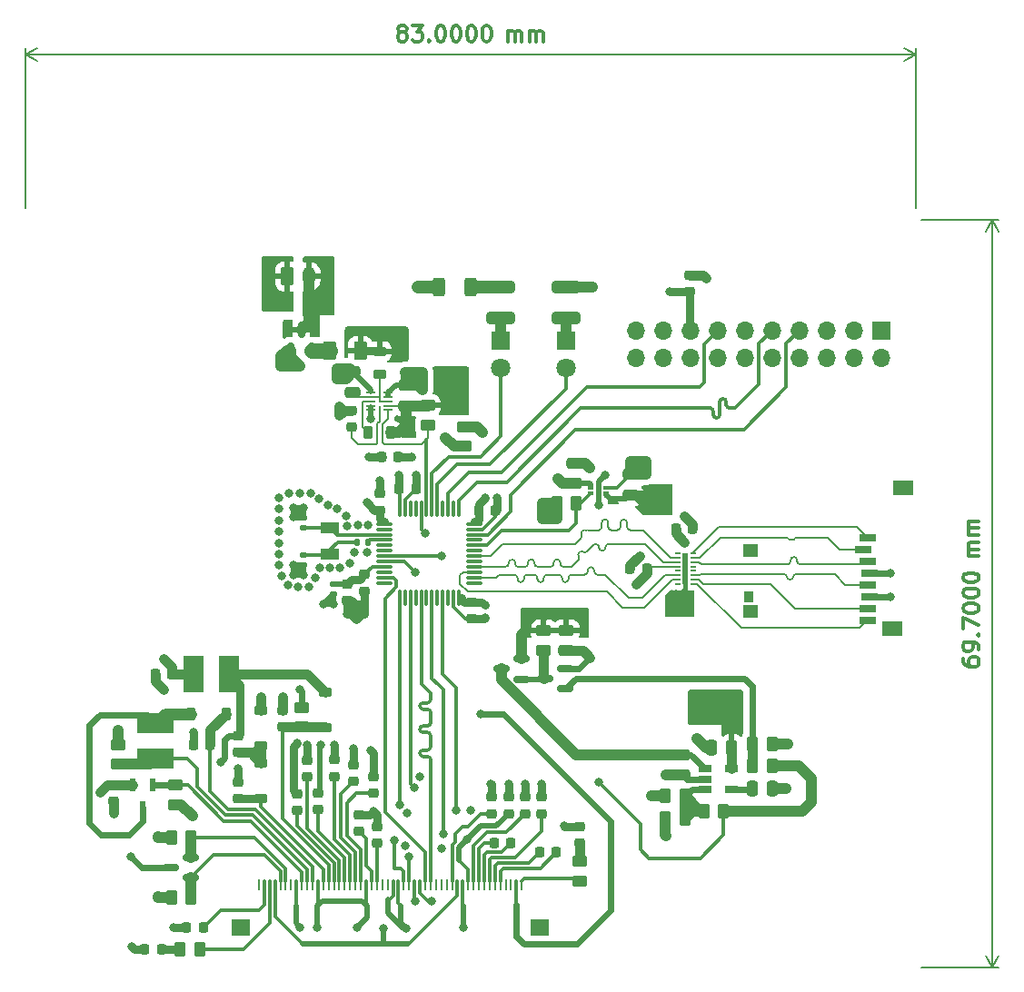
<source format=gbr>
%TF.GenerationSoftware,KiCad,Pcbnew,(7.0.0)*%
%TF.CreationDate,2023-05-21T02:13:25-07:00*%
%TF.ProjectId,epaper_photo_frame,65706170-6572-45f7-9068-6f746f5f6672,rev?*%
%TF.SameCoordinates,Original*%
%TF.FileFunction,Copper,L1,Top*%
%TF.FilePolarity,Positive*%
%FSLAX46Y46*%
G04 Gerber Fmt 4.6, Leading zero omitted, Abs format (unit mm)*
G04 Created by KiCad (PCBNEW (7.0.0)) date 2023-05-21 02:13:25*
%MOMM*%
%LPD*%
G01*
G04 APERTURE LIST*
G04 Aperture macros list*
%AMRoundRect*
0 Rectangle with rounded corners*
0 $1 Rounding radius*
0 $2 $3 $4 $5 $6 $7 $8 $9 X,Y pos of 4 corners*
0 Add a 4 corners polygon primitive as box body*
4,1,4,$2,$3,$4,$5,$6,$7,$8,$9,$2,$3,0*
0 Add four circle primitives for the rounded corners*
1,1,$1+$1,$2,$3*
1,1,$1+$1,$4,$5*
1,1,$1+$1,$6,$7*
1,1,$1+$1,$8,$9*
0 Add four rect primitives between the rounded corners*
20,1,$1+$1,$2,$3,$4,$5,0*
20,1,$1+$1,$4,$5,$6,$7,0*
20,1,$1+$1,$6,$7,$8,$9,0*
20,1,$1+$1,$8,$9,$2,$3,0*%
G04 Aperture macros list end*
%ADD10C,0.300000*%
%TA.AperFunction,NonConductor*%
%ADD11C,0.300000*%
%TD*%
%TA.AperFunction,NonConductor*%
%ADD12C,0.200000*%
%TD*%
%TA.AperFunction,SMDPad,CuDef*%
%ADD13RoundRect,0.250000X0.312500X0.625000X-0.312500X0.625000X-0.312500X-0.625000X0.312500X-0.625000X0*%
%TD*%
%TA.AperFunction,SMDPad,CuDef*%
%ADD14R,1.900000X3.400000*%
%TD*%
%TA.AperFunction,SMDPad,CuDef*%
%ADD15RoundRect,0.150000X0.587500X0.150000X-0.587500X0.150000X-0.587500X-0.150000X0.587500X-0.150000X0*%
%TD*%
%TA.AperFunction,ComponentPad*%
%ADD16R,1.800000X1.800000*%
%TD*%
%TA.AperFunction,ComponentPad*%
%ADD17C,1.800000*%
%TD*%
%TA.AperFunction,SMDPad,CuDef*%
%ADD18RoundRect,0.225000X0.250000X-0.225000X0.250000X0.225000X-0.250000X0.225000X-0.250000X-0.225000X0*%
%TD*%
%TA.AperFunction,SMDPad,CuDef*%
%ADD19RoundRect,0.225000X-0.225000X-0.250000X0.225000X-0.250000X0.225000X0.250000X-0.225000X0.250000X0*%
%TD*%
%TA.AperFunction,SMDPad,CuDef*%
%ADD20RoundRect,0.225000X-0.225000X-0.375000X0.225000X-0.375000X0.225000X0.375000X-0.225000X0.375000X0*%
%TD*%
%TA.AperFunction,SMDPad,CuDef*%
%ADD21C,0.500000*%
%TD*%
%TA.AperFunction,SMDPad,CuDef*%
%ADD22RoundRect,0.250000X0.250000X0.475000X-0.250000X0.475000X-0.250000X-0.475000X0.250000X-0.475000X0*%
%TD*%
%TA.AperFunction,ComponentPad*%
%ADD23R,1.700000X1.700000*%
%TD*%
%TA.AperFunction,ComponentPad*%
%ADD24O,1.700000X1.700000*%
%TD*%
%TA.AperFunction,SMDPad,CuDef*%
%ADD25RoundRect,0.075000X-0.662500X-0.075000X0.662500X-0.075000X0.662500X0.075000X-0.662500X0.075000X0*%
%TD*%
%TA.AperFunction,SMDPad,CuDef*%
%ADD26RoundRect,0.075000X-0.075000X-0.662500X0.075000X-0.662500X0.075000X0.662500X-0.075000X0.662500X0*%
%TD*%
%TA.AperFunction,SMDPad,CuDef*%
%ADD27R,0.600000X0.200000*%
%TD*%
%TA.AperFunction,SMDPad,CuDef*%
%ADD28R,0.500000X2.900000*%
%TD*%
%TA.AperFunction,SMDPad,CuDef*%
%ADD29RoundRect,0.250000X1.075000X-0.312500X1.075000X0.312500X-1.075000X0.312500X-1.075000X-0.312500X0*%
%TD*%
%TA.AperFunction,SMDPad,CuDef*%
%ADD30RoundRect,0.250000X0.262500X0.450000X-0.262500X0.450000X-0.262500X-0.450000X0.262500X-0.450000X0*%
%TD*%
%TA.AperFunction,SMDPad,CuDef*%
%ADD31RoundRect,0.225000X-0.250000X0.225000X-0.250000X-0.225000X0.250000X-0.225000X0.250000X0.225000X0*%
%TD*%
%TA.AperFunction,SMDPad,CuDef*%
%ADD32R,1.500000X0.800000*%
%TD*%
%TA.AperFunction,SMDPad,CuDef*%
%ADD33R,1.400000X1.300000*%
%TD*%
%TA.AperFunction,SMDPad,CuDef*%
%ADD34R,0.950000X1.000000*%
%TD*%
%TA.AperFunction,SMDPad,CuDef*%
%ADD35R,1.900000X1.400000*%
%TD*%
%TA.AperFunction,SMDPad,CuDef*%
%ADD36RoundRect,0.225000X0.225000X0.250000X-0.225000X0.250000X-0.225000X-0.250000X0.225000X-0.250000X0*%
%TD*%
%TA.AperFunction,SMDPad,CuDef*%
%ADD37RoundRect,0.250000X0.475000X-0.250000X0.475000X0.250000X-0.475000X0.250000X-0.475000X-0.250000X0*%
%TD*%
%TA.AperFunction,SMDPad,CuDef*%
%ADD38R,0.250000X1.100000*%
%TD*%
%TA.AperFunction,SMDPad,CuDef*%
%ADD39R,1.700000X1.500000*%
%TD*%
%TA.AperFunction,SMDPad,CuDef*%
%ADD40RoundRect,0.140000X-0.170000X0.140000X-0.170000X-0.140000X0.170000X-0.140000X0.170000X0.140000X0*%
%TD*%
%TA.AperFunction,SMDPad,CuDef*%
%ADD41RoundRect,0.250000X-0.262500X-0.450000X0.262500X-0.450000X0.262500X0.450000X-0.262500X0.450000X0*%
%TD*%
%TA.AperFunction,SMDPad,CuDef*%
%ADD42RoundRect,0.140000X0.170000X-0.140000X0.170000X0.140000X-0.170000X0.140000X-0.170000X-0.140000X0*%
%TD*%
%TA.AperFunction,SMDPad,CuDef*%
%ADD43R,3.400000X1.900000*%
%TD*%
%TA.AperFunction,SMDPad,CuDef*%
%ADD44RoundRect,0.250000X0.450000X-0.262500X0.450000X0.262500X-0.450000X0.262500X-0.450000X-0.262500X0*%
%TD*%
%TA.AperFunction,SMDPad,CuDef*%
%ADD45RoundRect,0.225000X0.375000X-0.225000X0.375000X0.225000X-0.375000X0.225000X-0.375000X-0.225000X0*%
%TD*%
%TA.AperFunction,SMDPad,CuDef*%
%ADD46RoundRect,0.147500X0.172500X-0.147500X0.172500X0.147500X-0.172500X0.147500X-0.172500X-0.147500X0*%
%TD*%
%TA.AperFunction,SMDPad,CuDef*%
%ADD47RoundRect,0.225000X-0.375000X0.225000X-0.375000X-0.225000X0.375000X-0.225000X0.375000X0.225000X0*%
%TD*%
%TA.AperFunction,SMDPad,CuDef*%
%ADD48RoundRect,0.135000X0.135000X0.185000X-0.135000X0.185000X-0.135000X-0.185000X0.135000X-0.185000X0*%
%TD*%
%TA.AperFunction,SMDPad,CuDef*%
%ADD49RoundRect,0.250000X-0.450000X0.262500X-0.450000X-0.262500X0.450000X-0.262500X0.450000X0.262500X0*%
%TD*%
%TA.AperFunction,SMDPad,CuDef*%
%ADD50R,0.600000X1.300000*%
%TD*%
%TA.AperFunction,SMDPad,CuDef*%
%ADD51RoundRect,0.250000X-0.250000X-0.475000X0.250000X-0.475000X0.250000X0.475000X-0.250000X0.475000X0*%
%TD*%
%TA.AperFunction,SMDPad,CuDef*%
%ADD52R,0.900000X0.200000*%
%TD*%
%TA.AperFunction,SMDPad,CuDef*%
%ADD53R,0.200000X0.900000*%
%TD*%
%TA.AperFunction,SMDPad,CuDef*%
%ADD54RoundRect,0.218750X-0.218750X-0.381250X0.218750X-0.381250X0.218750X0.381250X-0.218750X0.381250X0*%
%TD*%
%TA.AperFunction,SMDPad,CuDef*%
%ADD55R,0.550000X0.300000*%
%TD*%
%TA.AperFunction,SMDPad,CuDef*%
%ADD56R,0.500000X0.860000*%
%TD*%
%TA.AperFunction,SMDPad,CuDef*%
%ADD57RoundRect,0.218750X-0.381250X0.218750X-0.381250X-0.218750X0.381250X-0.218750X0.381250X0.218750X0*%
%TD*%
%TA.AperFunction,SMDPad,CuDef*%
%ADD58R,1.800000X1.000000*%
%TD*%
%TA.AperFunction,SMDPad,CuDef*%
%ADD59RoundRect,0.250000X-0.475000X0.250000X-0.475000X-0.250000X0.475000X-0.250000X0.475000X0.250000X0*%
%TD*%
%TA.AperFunction,SMDPad,CuDef*%
%ADD60R,1.250000X0.650000*%
%TD*%
%TA.AperFunction,ComponentPad*%
%ADD61RoundRect,0.250000X-0.350000X-0.625000X0.350000X-0.625000X0.350000X0.625000X-0.350000X0.625000X0*%
%TD*%
%TA.AperFunction,ComponentPad*%
%ADD62O,1.200000X1.750000*%
%TD*%
%TA.AperFunction,SMDPad,CuDef*%
%ADD63RoundRect,0.150000X0.150000X-0.587500X0.150000X0.587500X-0.150000X0.587500X-0.150000X-0.587500X0*%
%TD*%
%TA.AperFunction,SMDPad,CuDef*%
%ADD64RoundRect,0.250000X-0.375000X-0.625000X0.375000X-0.625000X0.375000X0.625000X-0.375000X0.625000X0*%
%TD*%
%TA.AperFunction,ViaPad*%
%ADD65C,0.800000*%
%TD*%
%TA.AperFunction,Conductor*%
%ADD66C,0.300000*%
%TD*%
%TA.AperFunction,Conductor*%
%ADD67C,0.600000*%
%TD*%
%TA.AperFunction,Conductor*%
%ADD68C,0.900000*%
%TD*%
%TA.AperFunction,Conductor*%
%ADD69C,1.000000*%
%TD*%
%TA.AperFunction,Conductor*%
%ADD70C,0.500000*%
%TD*%
%TA.AperFunction,Conductor*%
%ADD71C,1.100000*%
%TD*%
%TA.AperFunction,Conductor*%
%ADD72C,0.800000*%
%TD*%
%TA.AperFunction,Conductor*%
%ADD73C,0.400000*%
%TD*%
%TA.AperFunction,Conductor*%
%ADD74C,1.200000*%
%TD*%
%TA.AperFunction,Conductor*%
%ADD75C,0.200000*%
%TD*%
%TA.AperFunction,Conductor*%
%ADD76C,1.400000*%
%TD*%
G04 APERTURE END LIST*
D10*
D11*
X189351071Y-112792856D02*
X189351071Y-113078570D01*
X189351071Y-113078570D02*
X189422500Y-113221427D01*
X189422500Y-113221427D02*
X189493928Y-113292856D01*
X189493928Y-113292856D02*
X189708214Y-113435713D01*
X189708214Y-113435713D02*
X189993928Y-113507141D01*
X189993928Y-113507141D02*
X190565357Y-113507141D01*
X190565357Y-113507141D02*
X190708214Y-113435713D01*
X190708214Y-113435713D02*
X190779642Y-113364284D01*
X190779642Y-113364284D02*
X190851071Y-113221427D01*
X190851071Y-113221427D02*
X190851071Y-112935713D01*
X190851071Y-112935713D02*
X190779642Y-112792856D01*
X190779642Y-112792856D02*
X190708214Y-112721427D01*
X190708214Y-112721427D02*
X190565357Y-112649998D01*
X190565357Y-112649998D02*
X190208214Y-112649998D01*
X190208214Y-112649998D02*
X190065357Y-112721427D01*
X190065357Y-112721427D02*
X189993928Y-112792856D01*
X189993928Y-112792856D02*
X189922500Y-112935713D01*
X189922500Y-112935713D02*
X189922500Y-113221427D01*
X189922500Y-113221427D02*
X189993928Y-113364284D01*
X189993928Y-113364284D02*
X190065357Y-113435713D01*
X190065357Y-113435713D02*
X190208214Y-113507141D01*
X190851071Y-111935713D02*
X190851071Y-111649999D01*
X190851071Y-111649999D02*
X190779642Y-111507142D01*
X190779642Y-111507142D02*
X190708214Y-111435713D01*
X190708214Y-111435713D02*
X190493928Y-111292856D01*
X190493928Y-111292856D02*
X190208214Y-111221427D01*
X190208214Y-111221427D02*
X189636785Y-111221427D01*
X189636785Y-111221427D02*
X189493928Y-111292856D01*
X189493928Y-111292856D02*
X189422500Y-111364285D01*
X189422500Y-111364285D02*
X189351071Y-111507142D01*
X189351071Y-111507142D02*
X189351071Y-111792856D01*
X189351071Y-111792856D02*
X189422500Y-111935713D01*
X189422500Y-111935713D02*
X189493928Y-112007142D01*
X189493928Y-112007142D02*
X189636785Y-112078570D01*
X189636785Y-112078570D02*
X189993928Y-112078570D01*
X189993928Y-112078570D02*
X190136785Y-112007142D01*
X190136785Y-112007142D02*
X190208214Y-111935713D01*
X190208214Y-111935713D02*
X190279642Y-111792856D01*
X190279642Y-111792856D02*
X190279642Y-111507142D01*
X190279642Y-111507142D02*
X190208214Y-111364285D01*
X190208214Y-111364285D02*
X190136785Y-111292856D01*
X190136785Y-111292856D02*
X189993928Y-111221427D01*
X190708214Y-110578571D02*
X190779642Y-110507142D01*
X190779642Y-110507142D02*
X190851071Y-110578571D01*
X190851071Y-110578571D02*
X190779642Y-110649999D01*
X190779642Y-110649999D02*
X190708214Y-110578571D01*
X190708214Y-110578571D02*
X190851071Y-110578571D01*
X189351071Y-110007142D02*
X189351071Y-109007142D01*
X189351071Y-109007142D02*
X190851071Y-109649999D01*
X189351071Y-108149999D02*
X189351071Y-108007142D01*
X189351071Y-108007142D02*
X189422500Y-107864285D01*
X189422500Y-107864285D02*
X189493928Y-107792857D01*
X189493928Y-107792857D02*
X189636785Y-107721428D01*
X189636785Y-107721428D02*
X189922500Y-107649999D01*
X189922500Y-107649999D02*
X190279642Y-107649999D01*
X190279642Y-107649999D02*
X190565357Y-107721428D01*
X190565357Y-107721428D02*
X190708214Y-107792857D01*
X190708214Y-107792857D02*
X190779642Y-107864285D01*
X190779642Y-107864285D02*
X190851071Y-108007142D01*
X190851071Y-108007142D02*
X190851071Y-108149999D01*
X190851071Y-108149999D02*
X190779642Y-108292857D01*
X190779642Y-108292857D02*
X190708214Y-108364285D01*
X190708214Y-108364285D02*
X190565357Y-108435714D01*
X190565357Y-108435714D02*
X190279642Y-108507142D01*
X190279642Y-108507142D02*
X189922500Y-108507142D01*
X189922500Y-108507142D02*
X189636785Y-108435714D01*
X189636785Y-108435714D02*
X189493928Y-108364285D01*
X189493928Y-108364285D02*
X189422500Y-108292857D01*
X189422500Y-108292857D02*
X189351071Y-108149999D01*
X189351071Y-106721428D02*
X189351071Y-106578571D01*
X189351071Y-106578571D02*
X189422500Y-106435714D01*
X189422500Y-106435714D02*
X189493928Y-106364286D01*
X189493928Y-106364286D02*
X189636785Y-106292857D01*
X189636785Y-106292857D02*
X189922500Y-106221428D01*
X189922500Y-106221428D02*
X190279642Y-106221428D01*
X190279642Y-106221428D02*
X190565357Y-106292857D01*
X190565357Y-106292857D02*
X190708214Y-106364286D01*
X190708214Y-106364286D02*
X190779642Y-106435714D01*
X190779642Y-106435714D02*
X190851071Y-106578571D01*
X190851071Y-106578571D02*
X190851071Y-106721428D01*
X190851071Y-106721428D02*
X190779642Y-106864286D01*
X190779642Y-106864286D02*
X190708214Y-106935714D01*
X190708214Y-106935714D02*
X190565357Y-107007143D01*
X190565357Y-107007143D02*
X190279642Y-107078571D01*
X190279642Y-107078571D02*
X189922500Y-107078571D01*
X189922500Y-107078571D02*
X189636785Y-107007143D01*
X189636785Y-107007143D02*
X189493928Y-106935714D01*
X189493928Y-106935714D02*
X189422500Y-106864286D01*
X189422500Y-106864286D02*
X189351071Y-106721428D01*
X189351071Y-105292857D02*
X189351071Y-105150000D01*
X189351071Y-105150000D02*
X189422500Y-105007143D01*
X189422500Y-105007143D02*
X189493928Y-104935715D01*
X189493928Y-104935715D02*
X189636785Y-104864286D01*
X189636785Y-104864286D02*
X189922500Y-104792857D01*
X189922500Y-104792857D02*
X190279642Y-104792857D01*
X190279642Y-104792857D02*
X190565357Y-104864286D01*
X190565357Y-104864286D02*
X190708214Y-104935715D01*
X190708214Y-104935715D02*
X190779642Y-105007143D01*
X190779642Y-105007143D02*
X190851071Y-105150000D01*
X190851071Y-105150000D02*
X190851071Y-105292857D01*
X190851071Y-105292857D02*
X190779642Y-105435715D01*
X190779642Y-105435715D02*
X190708214Y-105507143D01*
X190708214Y-105507143D02*
X190565357Y-105578572D01*
X190565357Y-105578572D02*
X190279642Y-105650000D01*
X190279642Y-105650000D02*
X189922500Y-105650000D01*
X189922500Y-105650000D02*
X189636785Y-105578572D01*
X189636785Y-105578572D02*
X189493928Y-105507143D01*
X189493928Y-105507143D02*
X189422500Y-105435715D01*
X189422500Y-105435715D02*
X189351071Y-105292857D01*
X190851071Y-103250001D02*
X189851071Y-103250001D01*
X189993928Y-103250001D02*
X189922500Y-103178572D01*
X189922500Y-103178572D02*
X189851071Y-103035715D01*
X189851071Y-103035715D02*
X189851071Y-102821429D01*
X189851071Y-102821429D02*
X189922500Y-102678572D01*
X189922500Y-102678572D02*
X190065357Y-102607144D01*
X190065357Y-102607144D02*
X190851071Y-102607144D01*
X190065357Y-102607144D02*
X189922500Y-102535715D01*
X189922500Y-102535715D02*
X189851071Y-102392858D01*
X189851071Y-102392858D02*
X189851071Y-102178572D01*
X189851071Y-102178572D02*
X189922500Y-102035715D01*
X189922500Y-102035715D02*
X190065357Y-101964286D01*
X190065357Y-101964286D02*
X190851071Y-101964286D01*
X190851071Y-101250001D02*
X189851071Y-101250001D01*
X189993928Y-101250001D02*
X189922500Y-101178572D01*
X189922500Y-101178572D02*
X189851071Y-101035715D01*
X189851071Y-101035715D02*
X189851071Y-100821429D01*
X189851071Y-100821429D02*
X189922500Y-100678572D01*
X189922500Y-100678572D02*
X190065357Y-100607144D01*
X190065357Y-100607144D02*
X190851071Y-100607144D01*
X190065357Y-100607144D02*
X189922500Y-100535715D01*
X189922500Y-100535715D02*
X189851071Y-100392858D01*
X189851071Y-100392858D02*
X189851071Y-100178572D01*
X189851071Y-100178572D02*
X189922500Y-100035715D01*
X189922500Y-100035715D02*
X190065357Y-99964286D01*
X190065357Y-99964286D02*
X190851071Y-99964286D01*
D12*
X185500000Y-71850000D02*
X192686420Y-71850000D01*
X185500000Y-141550000D02*
X192686420Y-141550000D01*
X192100000Y-71850000D02*
X192100000Y-141550000D01*
X192100000Y-71850000D02*
X192100000Y-141550000D01*
X192100000Y-71850000D02*
X192686421Y-72976504D01*
X192100000Y-71850000D02*
X191513579Y-72976504D01*
X192100000Y-141550000D02*
X191513579Y-140423496D01*
X192100000Y-141550000D02*
X192686421Y-140423496D01*
D10*
D11*
X136978572Y-54393928D02*
X136835715Y-54322500D01*
X136835715Y-54322500D02*
X136764286Y-54251071D01*
X136764286Y-54251071D02*
X136692858Y-54108214D01*
X136692858Y-54108214D02*
X136692858Y-54036785D01*
X136692858Y-54036785D02*
X136764286Y-53893928D01*
X136764286Y-53893928D02*
X136835715Y-53822500D01*
X136835715Y-53822500D02*
X136978572Y-53751071D01*
X136978572Y-53751071D02*
X137264286Y-53751071D01*
X137264286Y-53751071D02*
X137407144Y-53822500D01*
X137407144Y-53822500D02*
X137478572Y-53893928D01*
X137478572Y-53893928D02*
X137550001Y-54036785D01*
X137550001Y-54036785D02*
X137550001Y-54108214D01*
X137550001Y-54108214D02*
X137478572Y-54251071D01*
X137478572Y-54251071D02*
X137407144Y-54322500D01*
X137407144Y-54322500D02*
X137264286Y-54393928D01*
X137264286Y-54393928D02*
X136978572Y-54393928D01*
X136978572Y-54393928D02*
X136835715Y-54465357D01*
X136835715Y-54465357D02*
X136764286Y-54536785D01*
X136764286Y-54536785D02*
X136692858Y-54679642D01*
X136692858Y-54679642D02*
X136692858Y-54965357D01*
X136692858Y-54965357D02*
X136764286Y-55108214D01*
X136764286Y-55108214D02*
X136835715Y-55179642D01*
X136835715Y-55179642D02*
X136978572Y-55251071D01*
X136978572Y-55251071D02*
X137264286Y-55251071D01*
X137264286Y-55251071D02*
X137407144Y-55179642D01*
X137407144Y-55179642D02*
X137478572Y-55108214D01*
X137478572Y-55108214D02*
X137550001Y-54965357D01*
X137550001Y-54965357D02*
X137550001Y-54679642D01*
X137550001Y-54679642D02*
X137478572Y-54536785D01*
X137478572Y-54536785D02*
X137407144Y-54465357D01*
X137407144Y-54465357D02*
X137264286Y-54393928D01*
X138050000Y-53751071D02*
X138978572Y-53751071D01*
X138978572Y-53751071D02*
X138478572Y-54322500D01*
X138478572Y-54322500D02*
X138692857Y-54322500D01*
X138692857Y-54322500D02*
X138835715Y-54393928D01*
X138835715Y-54393928D02*
X138907143Y-54465357D01*
X138907143Y-54465357D02*
X138978572Y-54608214D01*
X138978572Y-54608214D02*
X138978572Y-54965357D01*
X138978572Y-54965357D02*
X138907143Y-55108214D01*
X138907143Y-55108214D02*
X138835715Y-55179642D01*
X138835715Y-55179642D02*
X138692857Y-55251071D01*
X138692857Y-55251071D02*
X138264286Y-55251071D01*
X138264286Y-55251071D02*
X138121429Y-55179642D01*
X138121429Y-55179642D02*
X138050000Y-55108214D01*
X139621428Y-55108214D02*
X139692857Y-55179642D01*
X139692857Y-55179642D02*
X139621428Y-55251071D01*
X139621428Y-55251071D02*
X139550000Y-55179642D01*
X139550000Y-55179642D02*
X139621428Y-55108214D01*
X139621428Y-55108214D02*
X139621428Y-55251071D01*
X140621429Y-53751071D02*
X140764286Y-53751071D01*
X140764286Y-53751071D02*
X140907143Y-53822500D01*
X140907143Y-53822500D02*
X140978572Y-53893928D01*
X140978572Y-53893928D02*
X141050000Y-54036785D01*
X141050000Y-54036785D02*
X141121429Y-54322500D01*
X141121429Y-54322500D02*
X141121429Y-54679642D01*
X141121429Y-54679642D02*
X141050000Y-54965357D01*
X141050000Y-54965357D02*
X140978572Y-55108214D01*
X140978572Y-55108214D02*
X140907143Y-55179642D01*
X140907143Y-55179642D02*
X140764286Y-55251071D01*
X140764286Y-55251071D02*
X140621429Y-55251071D01*
X140621429Y-55251071D02*
X140478572Y-55179642D01*
X140478572Y-55179642D02*
X140407143Y-55108214D01*
X140407143Y-55108214D02*
X140335714Y-54965357D01*
X140335714Y-54965357D02*
X140264286Y-54679642D01*
X140264286Y-54679642D02*
X140264286Y-54322500D01*
X140264286Y-54322500D02*
X140335714Y-54036785D01*
X140335714Y-54036785D02*
X140407143Y-53893928D01*
X140407143Y-53893928D02*
X140478572Y-53822500D01*
X140478572Y-53822500D02*
X140621429Y-53751071D01*
X142050000Y-53751071D02*
X142192857Y-53751071D01*
X142192857Y-53751071D02*
X142335714Y-53822500D01*
X142335714Y-53822500D02*
X142407143Y-53893928D01*
X142407143Y-53893928D02*
X142478571Y-54036785D01*
X142478571Y-54036785D02*
X142550000Y-54322500D01*
X142550000Y-54322500D02*
X142550000Y-54679642D01*
X142550000Y-54679642D02*
X142478571Y-54965357D01*
X142478571Y-54965357D02*
X142407143Y-55108214D01*
X142407143Y-55108214D02*
X142335714Y-55179642D01*
X142335714Y-55179642D02*
X142192857Y-55251071D01*
X142192857Y-55251071D02*
X142050000Y-55251071D01*
X142050000Y-55251071D02*
X141907143Y-55179642D01*
X141907143Y-55179642D02*
X141835714Y-55108214D01*
X141835714Y-55108214D02*
X141764285Y-54965357D01*
X141764285Y-54965357D02*
X141692857Y-54679642D01*
X141692857Y-54679642D02*
X141692857Y-54322500D01*
X141692857Y-54322500D02*
X141764285Y-54036785D01*
X141764285Y-54036785D02*
X141835714Y-53893928D01*
X141835714Y-53893928D02*
X141907143Y-53822500D01*
X141907143Y-53822500D02*
X142050000Y-53751071D01*
X143478571Y-53751071D02*
X143621428Y-53751071D01*
X143621428Y-53751071D02*
X143764285Y-53822500D01*
X143764285Y-53822500D02*
X143835714Y-53893928D01*
X143835714Y-53893928D02*
X143907142Y-54036785D01*
X143907142Y-54036785D02*
X143978571Y-54322500D01*
X143978571Y-54322500D02*
X143978571Y-54679642D01*
X143978571Y-54679642D02*
X143907142Y-54965357D01*
X143907142Y-54965357D02*
X143835714Y-55108214D01*
X143835714Y-55108214D02*
X143764285Y-55179642D01*
X143764285Y-55179642D02*
X143621428Y-55251071D01*
X143621428Y-55251071D02*
X143478571Y-55251071D01*
X143478571Y-55251071D02*
X143335714Y-55179642D01*
X143335714Y-55179642D02*
X143264285Y-55108214D01*
X143264285Y-55108214D02*
X143192856Y-54965357D01*
X143192856Y-54965357D02*
X143121428Y-54679642D01*
X143121428Y-54679642D02*
X143121428Y-54322500D01*
X143121428Y-54322500D02*
X143192856Y-54036785D01*
X143192856Y-54036785D02*
X143264285Y-53893928D01*
X143264285Y-53893928D02*
X143335714Y-53822500D01*
X143335714Y-53822500D02*
X143478571Y-53751071D01*
X144907142Y-53751071D02*
X145049999Y-53751071D01*
X145049999Y-53751071D02*
X145192856Y-53822500D01*
X145192856Y-53822500D02*
X145264285Y-53893928D01*
X145264285Y-53893928D02*
X145335713Y-54036785D01*
X145335713Y-54036785D02*
X145407142Y-54322500D01*
X145407142Y-54322500D02*
X145407142Y-54679642D01*
X145407142Y-54679642D02*
X145335713Y-54965357D01*
X145335713Y-54965357D02*
X145264285Y-55108214D01*
X145264285Y-55108214D02*
X145192856Y-55179642D01*
X145192856Y-55179642D02*
X145049999Y-55251071D01*
X145049999Y-55251071D02*
X144907142Y-55251071D01*
X144907142Y-55251071D02*
X144764285Y-55179642D01*
X144764285Y-55179642D02*
X144692856Y-55108214D01*
X144692856Y-55108214D02*
X144621427Y-54965357D01*
X144621427Y-54965357D02*
X144549999Y-54679642D01*
X144549999Y-54679642D02*
X144549999Y-54322500D01*
X144549999Y-54322500D02*
X144621427Y-54036785D01*
X144621427Y-54036785D02*
X144692856Y-53893928D01*
X144692856Y-53893928D02*
X144764285Y-53822500D01*
X144764285Y-53822500D02*
X144907142Y-53751071D01*
X146949998Y-55251071D02*
X146949998Y-54251071D01*
X146949998Y-54393928D02*
X147021427Y-54322500D01*
X147021427Y-54322500D02*
X147164284Y-54251071D01*
X147164284Y-54251071D02*
X147378570Y-54251071D01*
X147378570Y-54251071D02*
X147521427Y-54322500D01*
X147521427Y-54322500D02*
X147592856Y-54465357D01*
X147592856Y-54465357D02*
X147592856Y-55251071D01*
X147592856Y-54465357D02*
X147664284Y-54322500D01*
X147664284Y-54322500D02*
X147807141Y-54251071D01*
X147807141Y-54251071D02*
X148021427Y-54251071D01*
X148021427Y-54251071D02*
X148164284Y-54322500D01*
X148164284Y-54322500D02*
X148235713Y-54465357D01*
X148235713Y-54465357D02*
X148235713Y-55251071D01*
X148949998Y-55251071D02*
X148949998Y-54251071D01*
X148949998Y-54393928D02*
X149021427Y-54322500D01*
X149021427Y-54322500D02*
X149164284Y-54251071D01*
X149164284Y-54251071D02*
X149378570Y-54251071D01*
X149378570Y-54251071D02*
X149521427Y-54322500D01*
X149521427Y-54322500D02*
X149592856Y-54465357D01*
X149592856Y-54465357D02*
X149592856Y-55251071D01*
X149592856Y-54465357D02*
X149664284Y-54322500D01*
X149664284Y-54322500D02*
X149807141Y-54251071D01*
X149807141Y-54251071D02*
X150021427Y-54251071D01*
X150021427Y-54251071D02*
X150164284Y-54322500D01*
X150164284Y-54322500D02*
X150235713Y-54465357D01*
X150235713Y-54465357D02*
X150235713Y-55251071D01*
D12*
X102000000Y-70750000D02*
X102000000Y-55913580D01*
X185000000Y-70750000D02*
X185000000Y-55913580D01*
X102000000Y-56500000D02*
X185000000Y-56500000D01*
X102000000Y-56500000D02*
X185000000Y-56500000D01*
X102000000Y-56500000D02*
X103126504Y-55913579D01*
X102000000Y-56500000D02*
X103126504Y-57086421D01*
X185000000Y-56500000D02*
X183873496Y-57086421D01*
X185000000Y-56500000D02*
X183873496Y-55913579D01*
%TO.C,NT1*%
G36*
X134050000Y-136800000D02*
G01*
X133550000Y-136800000D01*
X133550000Y-135800000D01*
X134050000Y-135800000D01*
X134050000Y-136800000D01*
G37*
%TO.C,NT7*%
G36*
X129450000Y-136800000D02*
G01*
X128950000Y-136800000D01*
X128950000Y-135800000D01*
X129450000Y-135800000D01*
X129450000Y-136800000D01*
G37*
%TO.C,NT2*%
G36*
X137250000Y-136800000D02*
G01*
X136750000Y-136800000D01*
X136750000Y-135800000D01*
X137250000Y-135800000D01*
X137250000Y-136800000D01*
G37*
%TO.C,NT8*%
G36*
X127450000Y-136800000D02*
G01*
X126950000Y-136800000D01*
X126950000Y-135800000D01*
X127450000Y-135800000D01*
X127450000Y-136800000D01*
G37*
%TO.C,NT5*%
G36*
X142650000Y-131600000D02*
G01*
X142150000Y-131600000D01*
X142150000Y-130600000D01*
X142650000Y-130600000D01*
X142650000Y-131600000D01*
G37*
%TO.C,NT4*%
G36*
X136050000Y-136250000D02*
G01*
X135550000Y-136250000D01*
X135550000Y-135250000D01*
X136050000Y-135250000D01*
X136050000Y-136250000D01*
G37*
%TO.C,NT3*%
G36*
X143050000Y-136800000D02*
G01*
X142550000Y-136800000D01*
X142550000Y-135800000D01*
X143050000Y-135800000D01*
X143050000Y-136800000D01*
G37*
%TO.C,NT6*%
G36*
X135600000Y-138950000D02*
G01*
X135100000Y-138950000D01*
X135100000Y-137950000D01*
X135600000Y-137950000D01*
X135600000Y-138950000D01*
G37*
%TD*%
D13*
%TO.P,R12,1*%
%TO.N,/MCU/LED_BUSY_OUT_2*%
X143450000Y-78150000D03*
%TO.P,R12,2*%
%TO.N,GND*%
X140525000Y-78150000D03*
%TD*%
D14*
%TO.P,L1,1*%
%TO.N,/Display Adapter/3v3*%
X117649999Y-114199999D03*
%TO.P,L1,2*%
%TO.N,/Display Adapter/3v3_HPF*%
X120949999Y-114199999D03*
%TD*%
D15*
%TO.P,Q1,1,G*%
%TO.N,/Display Adapter/GDRH*%
X117437500Y-133200000D03*
%TO.P,Q1,2,S*%
%TO.N,/Display Adapter/RESEH*%
X117437500Y-131300000D03*
%TO.P,Q1,3,D*%
%TO.N,/Display Adapter/3v3_HPF*%
X115562500Y-132250000D03*
%TD*%
D16*
%TO.P,D6,1,K*%
%TO.N,/MCU/LED_BUSY_OUT*%
X146299999Y-83124999D03*
D17*
%TO.P,D6,2,A*%
%TO.N,/MCU/LED_BUSY_IN*%
X146300000Y-85665000D03*
%TD*%
D18*
%TO.P,C23,1*%
%TO.N,/Display Adapter/VDDD{slash}VDDDO*%
X145400000Y-127225000D03*
%TO.P,C23,2*%
%TO.N,GND*%
X145400000Y-125675000D03*
%TD*%
%TO.P,C37,1*%
%TO.N,/Debug Connector/NRST*%
X163900000Y-78575000D03*
%TO.P,C37,2*%
%TO.N,GND*%
X163900000Y-77025000D03*
%TD*%
%TO.P,C4,1*%
%TO.N,/Display Adapter/3v3*%
X147000000Y-127225000D03*
%TO.P,C4,2*%
%TO.N,GND*%
X147000000Y-125675000D03*
%TD*%
D19*
%TO.P,C35,1*%
%TO.N,/Micro SD/3v3*%
X162625000Y-100700000D03*
%TO.P,C35,2*%
%TO.N,GND*%
X164175000Y-100700000D03*
%TD*%
D20*
%TO.P,D4,1,K*%
%TO.N,/Display Adapter/VPC_1*%
X117375000Y-117912500D03*
%TO.P,D4,2,A*%
%TO.N,/Display Adapter/VPC*%
X120675000Y-117912500D03*
%TD*%
D21*
%TO.P,NT1,1,1*%
%TO.N,/Display Adapter/GNDA+(GND)*%
X133800000Y-135800000D03*
%TO.P,NT1,2,2*%
%TO.N,GND*%
X133800000Y-136800000D03*
%TD*%
D22*
%TO.P,C17,1*%
%TO.N,GND*%
X171600000Y-124900000D03*
%TO.P,C17,2*%
%TO.N,Net-(U2-BP)*%
X169700000Y-124900000D03*
%TD*%
D23*
%TO.P,J2,1,VTREF*%
%TO.N,/Debug Connector/MCU_VDD*%
X181724999Y-82224999D03*
D24*
%TO.P,J2,2,VCC/NC*%
X181724999Y-84764999D03*
%TO.P,J2,3,~{TRST}*%
%TO.N,unconnected-(J2-~{TRST}-Pad3)*%
X179184999Y-82224999D03*
%TO.P,J2,4,GND*%
%TO.N,GND*%
X179184999Y-84764999D03*
%TO.P,J2,5,TDI*%
%TO.N,unconnected-(J2-TDI-Pad5)*%
X176644999Y-82224999D03*
%TO.P,J2,6,GND*%
%TO.N,GND*%
X176644999Y-84764999D03*
%TO.P,J2,7,TMS/SWDIO*%
%TO.N,/Debug Connector/SWDIO*%
X174104999Y-82224999D03*
%TO.P,J2,8,GND*%
%TO.N,GND*%
X174104999Y-84764999D03*
%TO.P,J2,9,TCK/SWDCLK*%
%TO.N,/Debug Connector/SWDCLK*%
X171564999Y-82224999D03*
%TO.P,J2,10,GND*%
%TO.N,GND*%
X171564999Y-84764999D03*
%TO.P,J2,11,RTCK*%
%TO.N,unconnected-(J2-RTCK-Pad11)*%
X169024999Y-82224999D03*
%TO.P,J2,12,GND*%
%TO.N,GND*%
X169024999Y-84764999D03*
%TO.P,J2,13,TDO/SWO*%
%TO.N,/Debug Connector/SWO*%
X166484999Y-82224999D03*
%TO.P,J2,14,GND*%
%TO.N,GND*%
X166484999Y-84764999D03*
%TO.P,J2,15,~{SRST}*%
%TO.N,/Debug Connector/NRST*%
X163944999Y-82224999D03*
%TO.P,J2,16,GND*%
%TO.N,GND*%
X163944999Y-84764999D03*
%TO.P,J2,17,DBGRQ/NC*%
%TO.N,unconnected-(J2-DBGRQ{slash}NC-Pad17)*%
X161404999Y-82224999D03*
%TO.P,J2,18,GND*%
%TO.N,GND*%
X161404999Y-84764999D03*
%TO.P,J2,19,DBGACK/NC*%
%TO.N,unconnected-(J2-DBGACK{slash}NC-Pad19)*%
X158864999Y-82224999D03*
%TO.P,J2,20,GND*%
%TO.N,GND*%
X158864999Y-84764999D03*
%TD*%
D18*
%TO.P,C9,1*%
%TO.N,/Display Adapter/VSL LV*%
X132600000Y-124225000D03*
%TO.P,C9,2*%
%TO.N,GND*%
X132600000Y-122675000D03*
%TD*%
%TO.P,C18,1*%
%TO.N,/Display Adapter/REFP*%
X134750000Y-129975000D03*
%TO.P,C18,2*%
%TO.N,GND*%
X134750000Y-128425000D03*
%TD*%
D25*
%TO.P,U3,1,VBAT*%
%TO.N,/Debug Connector/MCU_VDD*%
X135462500Y-100225000D03*
%TO.P,U3,2,PC13*%
%TO.N,unconnected-(U3-PC13-Pad2)*%
X135462500Y-100725000D03*
%TO.P,U3,3,PC14*%
%TO.N,/MCU/LSE_OSC_IN*%
X135462500Y-101225000D03*
%TO.P,U3,4,PC15*%
%TO.N,/MCU/LSE_OSC_OUT*%
X135462500Y-101725000D03*
%TO.P,U3,5,PH0*%
%TO.N,unconnected-(U3-PH0-Pad5)*%
X135462500Y-102225000D03*
%TO.P,U3,6,PH1*%
%TO.N,unconnected-(U3-PH1-Pad6)*%
X135462500Y-102725000D03*
%TO.P,U3,7,NRST*%
%TO.N,/Debug Connector/NRST*%
X135462500Y-103225000D03*
%TO.P,U3,8,VSSA*%
%TO.N,GND*%
X135462500Y-103725000D03*
%TO.P,U3,9,VDDA*%
%TO.N,/MCU/3v3A*%
X135462500Y-104225000D03*
%TO.P,U3,10,PA0*%
%TO.N,unconnected-(U3-PA0-Pad10)*%
X135462500Y-104725000D03*
%TO.P,U3,11,PA1*%
%TO.N,/Display Adapter/EPD_SCK*%
X135462500Y-105225000D03*
%TO.P,U3,12,PA2*%
%TO.N,unconnected-(U3-PA2-Pad12)*%
X135462500Y-105725000D03*
D26*
%TO.P,U3,13,PA3*%
%TO.N,/Display Adapter/EPD_RST*%
X136875000Y-107137500D03*
%TO.P,U3,14,PA4*%
%TO.N,unconnected-(U3-PA4-Pad14)*%
X137375000Y-107137500D03*
%TO.P,U3,15,PA5*%
%TO.N,/Display Adapter/EPD_BUSY*%
X137875000Y-107137500D03*
%TO.P,U3,16,PA6*%
%TO.N,unconnected-(U3-PA6-Pad16)*%
X138375000Y-107137500D03*
%TO.P,U3,17,PA7*%
%TO.N,/Display Adapter/EPD_DIN*%
X138875000Y-107137500D03*
%TO.P,U3,18,PB0*%
%TO.N,unconnected-(U3-PB0-Pad18)*%
X139375000Y-107137500D03*
%TO.P,U3,19,PB1*%
%TO.N,/Display Adapter/EPD_DC*%
X139875000Y-107137500D03*
%TO.P,U3,20,PB2*%
%TO.N,unconnected-(U3-PB2-Pad20)*%
X140375000Y-107137500D03*
%TO.P,U3,21,PB10*%
%TO.N,/Display Adapter/EPD_CS*%
X140875000Y-107137500D03*
%TO.P,U3,22,PB11*%
%TO.N,unconnected-(U3-PB11-Pad22)*%
X141375000Y-107137500D03*
%TO.P,U3,23,VSS*%
%TO.N,GND*%
X141875000Y-107137500D03*
%TO.P,U3,24,VDD*%
%TO.N,/Debug Connector/MCU_VDD*%
X142375000Y-107137500D03*
D25*
%TO.P,U3,25,PB12*%
%TO.N,unconnected-(U3-PB12-Pad25)*%
X143787500Y-105725000D03*
%TO.P,U3,26,PB13*%
%TO.N,/MCU/SDC_SPI_SCK*%
X143787500Y-105225000D03*
%TO.P,U3,27,PB14*%
%TO.N,/MCU/SDC_SPI_MISO*%
X143787500Y-104725000D03*
%TO.P,U3,28,PB15*%
%TO.N,/MCU/SDC_SPI_MOSI*%
X143787500Y-104225000D03*
%TO.P,U3,29,PA8*%
%TO.N,unconnected-(U3-PA8-Pad29)*%
X143787500Y-103725000D03*
%TO.P,U3,30,PA9*%
%TO.N,/MCU/SDC_SPI_NSS*%
X143787500Y-103225000D03*
%TO.P,U3,31,PA10*%
%TO.N,unconnected-(U3-PA10-Pad31)*%
X143787500Y-102725000D03*
%TO.P,U3,32,PA11*%
%TO.N,/MCU/SDC_PWR*%
X143787500Y-102225000D03*
%TO.P,U3,33,PA12*%
%TO.N,unconnected-(U3-PA12-Pad33)*%
X143787500Y-101725000D03*
%TO.P,U3,34,PA13*%
%TO.N,/Debug Connector/SWDIO*%
X143787500Y-101225000D03*
%TO.P,U3,35,VSS*%
%TO.N,GND*%
X143787500Y-100725000D03*
%TO.P,U3,36,VDD*%
%TO.N,/Debug Connector/MCU_VDD*%
X143787500Y-100225000D03*
D26*
%TO.P,U3,37,PA14*%
%TO.N,/Debug Connector/SWDCLK*%
X142375000Y-98812500D03*
%TO.P,U3,38,PA15*%
%TO.N,unconnected-(U3-PA15-Pad38)*%
X141875000Y-98812500D03*
%TO.P,U3,39,PB3*%
%TO.N,/Debug Connector/SWO*%
X141375000Y-98812500D03*
%TO.P,U3,40,PB4*%
%TO.N,unconnected-(U3-PB4-Pad40)*%
X140875000Y-98812500D03*
%TO.P,U3,41,PB5*%
%TO.N,/MCU/LED_ERR_IN*%
X140375000Y-98812500D03*
%TO.P,U3,42,PB6*%
%TO.N,/MCU/LED_BUSY_IN*%
X139875000Y-98812500D03*
%TO.P,U3,43,PB7*%
%TO.N,/MCU/PWR_GOOD*%
X139375000Y-98812500D03*
%TO.P,U3,44,PH3*%
%TO.N,/MCU/BOOT0*%
X138875000Y-98812500D03*
%TO.P,U3,45,PB8*%
%TO.N,unconnected-(U3-PB8-Pad45)*%
X138375000Y-98812500D03*
%TO.P,U3,46,PB9*%
%TO.N,unconnected-(U3-PB9-Pad46)*%
X137875000Y-98812500D03*
%TO.P,U3,47,VSS*%
%TO.N,GND*%
X137375000Y-98812500D03*
%TO.P,U3,48,VDD*%
%TO.N,/Debug Connector/MCU_VDD*%
X136875000Y-98812500D03*
%TD*%
D27*
%TO.P,IC2,1,SDDATA1*%
%TO.N,/Micro SD/SD_DATA1*%
X164249999Y-105799999D03*
%TO.P,IC2,2,SDDATA0*%
%TO.N,/Micro SD/SD_DATA0*%
X164249999Y-105399999D03*
%TO.P,IC2,3,SDCLK*%
%TO.N,/Micro SD/SD_CLK*%
X164249999Y-104999999D03*
%TO.P,IC2,4,ESD1_1*%
%TO.N,unconnected-(IC2-ESD1_1-Pad4)*%
X164249999Y-104599999D03*
%TO.P,IC2,5,ESD3*%
%TO.N,unconnected-(IC2-ESD3-Pad5)*%
X164249999Y-104199999D03*
%TO.P,IC2,6,SDCMD*%
%TO.N,/Micro SD/SD_CMD*%
X164249999Y-103799999D03*
%TO.P,IC2,7,SDDATA3*%
%TO.N,/Micro SD/SD_DATA3*%
X164249999Y-103399999D03*
%TO.P,IC2,8,SDDATA2*%
%TO.N,/Micro SD/SD_DATA2*%
X164249999Y-102999999D03*
%TO.P,IC2,9,DATA2*%
%TO.N,unconnected-(IC2-DATA2-Pad9)*%
X162749999Y-102999999D03*
%TO.P,IC2,10,DATA3*%
%TO.N,/MCU/SDC_SPI_NSS*%
X162749999Y-103399999D03*
%TO.P,IC2,11,CMD*%
%TO.N,/MCU/SDC_SPI_MOSI*%
X162749999Y-103799999D03*
%TO.P,IC2,12,VCC*%
%TO.N,/Micro SD/3v3*%
X162749999Y-104199999D03*
%TO.P,IC2,13,ESD1_2*%
%TO.N,unconnected-(IC2-ESD1_2-Pad13)*%
X162749999Y-104599999D03*
%TO.P,IC2,14,CLK*%
%TO.N,/MCU/SDC_SPI_SCK*%
X162749999Y-104999999D03*
%TO.P,IC2,15,DATA0*%
%TO.N,/MCU/SDC_SPI_MISO*%
X162749999Y-105399999D03*
%TO.P,IC2,16,DATA1*%
%TO.N,unconnected-(IC2-DATA1-Pad16)*%
X162749999Y-105799999D03*
D28*
%TO.P,IC2,17,EP*%
%TO.N,GND*%
X163499999Y-104399999D03*
%TD*%
D29*
%TO.P,R10,1*%
%TO.N,/MCU/LED_BUSY_OUT*%
X146300000Y-81062500D03*
%TO.P,R10,2*%
%TO.N,/MCU/LED_BUSY_OUT_2*%
X146300000Y-78137500D03*
%TD*%
D19*
%TO.P,C40,1*%
%TO.N,/Debug Connector/MCU_VDD*%
X136825000Y-96950000D03*
%TO.P,C40,2*%
%TO.N,GND*%
X138375000Y-96950000D03*
%TD*%
D18*
%TO.P,C24,1*%
%TO.N,/Display Adapter/VCP2*%
X148550000Y-127225000D03*
%TO.P,C24,2*%
%TO.N,GND*%
X148550000Y-125675000D03*
%TD*%
D30*
%TO.P,R35,1*%
%TO.N,/Display Adapter/EPD_RST*%
X171562500Y-122800000D03*
%TO.P,R35,2*%
%TO.N,/Display Adapter/EPD_RST_INT*%
X169737500Y-122800000D03*
%TD*%
D18*
%TO.P,C6,1*%
%TO.N,/Display Adapter/VSH LV*%
X128275000Y-123800000D03*
%TO.P,C6,2*%
%TO.N,GND*%
X128275000Y-122250000D03*
%TD*%
D31*
%TO.P,C41,1*%
%TO.N,/Debug Connector/MCU_VDD*%
X143600000Y-107525000D03*
%TO.P,C41,2*%
%TO.N,GND*%
X143600000Y-109075000D03*
%TD*%
D32*
%TO.P,J1,1,DATA2*%
%TO.N,/Micro SD/SD_DATA2*%
X180459999Y-101484999D03*
%TO.P,J1,2,CD/DATA3*%
%TO.N,/Micro SD/SD_DATA3*%
X180059999Y-102584999D03*
%TO.P,J1,3,CMD*%
%TO.N,/Micro SD/SD_CMD*%
X180459999Y-103684999D03*
%TO.P,J1,4,VDD*%
%TO.N,/Micro SD/3v3*%
X180659999Y-104784999D03*
%TO.P,J1,5,CLK*%
%TO.N,/Micro SD/SD_CLK*%
X180459999Y-105884999D03*
%TO.P,J1,6,VSS*%
%TO.N,GND*%
X180659999Y-106984999D03*
%TO.P,J1,7,DATA0*%
%TO.N,/Micro SD/SD_DATA0*%
X180459999Y-108084999D03*
%TO.P,J1,8,DATA1*%
%TO.N,/Micro SD/SD_DATA1*%
X180459999Y-109184999D03*
D33*
%TO.P,J1,9*%
%TO.N,N/C*%
X169599999Y-108374999D03*
D34*
%TO.P,J1,10*%
X169374999Y-106984999D03*
D33*
%TO.P,J1,11*%
X169599999Y-102674999D03*
D35*
%TO.P,J1,12*%
X182749999Y-109974999D03*
%TO.P,J1,13*%
X183749999Y-96824999D03*
%TD*%
D36*
%TO.P,C20,1*%
%TO.N,/Display Adapter/3v3*%
X115625000Y-114200000D03*
%TO.P,C20,2*%
%TO.N,GND*%
X114075000Y-114200000D03*
%TD*%
D18*
%TO.P,C5,1*%
%TO.N,/Display Adapter/VSH*%
X127300000Y-126925000D03*
%TO.P,C5,2*%
%TO.N,GND*%
X127300000Y-125375000D03*
%TD*%
%TO.P,C10,1*%
%TO.N,/Display Adapter/VSL LV2*%
X134400000Y-125325000D03*
%TO.P,C10,2*%
%TO.N,GND*%
X134400000Y-123775000D03*
%TD*%
D37*
%TO.P,C14,1*%
%TO.N,GND*%
X163250000Y-123650000D03*
%TO.P,C14,2*%
%TO.N,/Display Adapter/VCC*%
X163250000Y-121750000D03*
%TD*%
D16*
%TO.P,D5,1,K*%
%TO.N,/MCU/LED_ERR_OUT*%
X152399999Y-83124999D03*
D17*
%TO.P,D5,2,A*%
%TO.N,/MCU/LED_ERR_IN*%
X152400000Y-85665000D03*
%TD*%
D21*
%TO.P,NT7,1,1*%
%TO.N,/Display Adapter/GNDA+(GND)*%
X129200000Y-135800000D03*
%TO.P,NT7,2,2*%
%TO.N,GND*%
X129200000Y-136800000D03*
%TD*%
D31*
%TO.P,C44,1*%
%TO.N,/MCU/3v3A*%
X133600000Y-104925000D03*
%TO.P,C44,2*%
%TO.N,GND*%
X133600000Y-106475000D03*
%TD*%
D38*
%TO.P,J4,1,1*%
%TO.N,unconnected-(J4-Pad1)*%
X123749999Y-133899999D03*
%TO.P,J4,2,2*%
%TO.N,/Display Adapter/TFT VCOM*%
X124249999Y-133899999D03*
%TO.P,J4,3,3*%
%TO.N,/Display Adapter/FPL VCOM*%
X124749999Y-133899999D03*
%TO.P,J4,4,4*%
%TO.N,/Display Adapter/VDD*%
X125249999Y-133899999D03*
%TO.P,J4,5,5*%
%TO.N,/Display Adapter/GDRH*%
X125749999Y-133899999D03*
%TO.P,J4,6,6*%
%TO.N,/Display Adapter/RESEH*%
X126249999Y-133899999D03*
%TO.P,J4,7,7*%
%TO.N,unconnected-(J4-Pad7)*%
X126749999Y-133899999D03*
%TO.P,J4,8,8*%
%TO.N,/Display Adapter/RESEL*%
X127249999Y-133899999D03*
%TO.P,J4,9,9*%
%TO.N,/Display Adapter/GDRC*%
X127749999Y-133899999D03*
%TO.P,J4,10,10*%
%TO.N,/Display Adapter/RESEC*%
X128249999Y-133899999D03*
%TO.P,J4,11,11*%
%TO.N,/Display Adapter/VPC*%
X128749999Y-133899999D03*
%TO.P,J4,12,12*%
%TO.N,/Display Adapter/GNDA+(GND)*%
X129249999Y-133899999D03*
%TO.P,J4,13,13*%
%TO.N,/Display Adapter/VGL*%
X129749999Y-133899999D03*
%TO.P,J4,14,14*%
%TO.N,/Display Adapter/VPH*%
X130249999Y-133899999D03*
%TO.P,J4,15,15*%
%TO.N,/Display Adapter/VSH*%
X130749999Y-133899999D03*
%TO.P,J4,16,16*%
%TO.N,/Display Adapter/VSH LV*%
X131249999Y-133899999D03*
%TO.P,J4,17,17*%
%TO.N,/Display Adapter/VSH LV2*%
X131749999Y-133899999D03*
%TO.P,J4,18,18*%
%TO.N,/Display Adapter/VSL*%
X132249999Y-133899999D03*
%TO.P,J4,19,19*%
%TO.N,/Display Adapter/VSL LV*%
X132749999Y-133899999D03*
%TO.P,J4,20,20*%
%TO.N,/Display Adapter/VSL LV2*%
X133249999Y-133899999D03*
%TO.P,J4,21,21*%
%TO.N,/Display Adapter/GNDA+(GND)*%
X133749999Y-133899999D03*
%TO.P,J4,22,22*%
%TO.N,/Display Adapter/REFN*%
X134249999Y-133899999D03*
%TO.P,J4,23,23*%
%TO.N,/Display Adapter/REFP*%
X134749999Y-133899999D03*
%TO.P,J4,24,24*%
%TO.N,unconnected-(J4-Pad24)*%
X135249999Y-133899999D03*
%TO.P,J4,25,25*%
%TO.N,unconnected-(J4-Pad25)*%
X135749999Y-133899999D03*
%TO.P,J4,26,26*%
%TO.N,/Display Adapter/BS0*%
X136249999Y-133899999D03*
%TO.P,J4,27,27*%
%TO.N,/Display Adapter/BS1*%
X136749999Y-133899999D03*
%TO.P,J4,28,28*%
%TO.N,/Display Adapter/EPD_RST*%
X137249999Y-133899999D03*
%TO.P,J4,29,29*%
%TO.N,/Display Adapter/EPD_BUSY*%
X137749999Y-133899999D03*
%TO.P,J4,30,30*%
%TO.N,/Display Adapter/EPD_DC*%
X138249999Y-133899999D03*
%TO.P,J4,31,31*%
%TO.N,/Display Adapter/EPD_CS*%
X138749999Y-133899999D03*
%TO.P,J4,32,32*%
%TO.N,/Display Adapter/EPD_SCK*%
X139249999Y-133899999D03*
%TO.P,J4,33,33*%
%TO.N,/Display Adapter/EPD_DIN*%
X139749999Y-133899999D03*
%TO.P,J4,34,34*%
%TO.N,unconnected-(J4-Pad34)*%
X140249999Y-133899999D03*
%TO.P,J4,35,35*%
%TO.N,unconnected-(J4-Pad35)*%
X140749999Y-133899999D03*
%TO.P,J4,36,36*%
%TO.N,unconnected-(J4-Pad36)*%
X141249999Y-133899999D03*
%TO.P,J4,37,37*%
%TO.N,/Display Adapter/VDDD{slash}VDDDO*%
X141749999Y-133899999D03*
%TO.P,J4,38,38*%
%TO.N,/Display Adapter/VDD*%
X142249999Y-133899999D03*
%TO.P,J4,39,39*%
%TO.N,/Display Adapter/GNDA{slash}GND*%
X142749999Y-133899999D03*
%TO.P,J4,40,40*%
%TO.N,/Display Adapter/VDDIO*%
X143249999Y-133899999D03*
%TO.P,J4,41,41*%
%TO.N,/Display Adapter/VCP2*%
X143749999Y-133899999D03*
%TO.P,J4,42,42*%
%TO.N,/Display Adapter/CP2N*%
X144249999Y-133899999D03*
%TO.P,J4,43,43*%
%TO.N,/Display Adapter/CP2P*%
X144749999Y-133899999D03*
%TO.P,J4,44,44*%
%TO.N,/Display Adapter/VCP1*%
X145249999Y-133899999D03*
%TO.P,J4,45,45*%
%TO.N,/Display Adapter/CP1N*%
X145749999Y-133899999D03*
%TO.P,J4,46,46*%
%TO.N,/Display Adapter/CP1P*%
X146249999Y-133899999D03*
%TO.P,J4,47,47*%
%TO.N,unconnected-(J4-Pad47)*%
X146749999Y-133899999D03*
%TO.P,J4,48,48*%
%TO.N,unconnected-(J4-Pad48)*%
X147249999Y-133899999D03*
%TO.P,J4,49,49*%
%TO.N,/Display Adapter/VGH*%
X147749999Y-133899999D03*
%TO.P,J4,50,50*%
%TO.N,/Display Adapter/VCOMBD*%
X148249999Y-133899999D03*
D39*
%TO.P,J4,MP1,MP1*%
%TO.N,unconnected-(J4-PadMP1)*%
X122099999Y-137799999D03*
%TO.P,J4,MP2,MP2*%
%TO.N,unconnected-(J4-PadMP2)*%
X149899999Y-137799999D03*
%TD*%
D21*
%TO.P,NT2,1,1*%
%TO.N,/Display Adapter/BS1*%
X137000000Y-135800000D03*
%TO.P,NT2,2,2*%
%TO.N,GND*%
X137000000Y-136800000D03*
%TD*%
D37*
%TO.P,C22,1*%
%TO.N,/Debug Connector/MCU_VDD*%
X137500000Y-89200000D03*
%TO.P,C22,2*%
%TO.N,GND*%
X137500000Y-87300000D03*
%TD*%
D40*
%TO.P,C32,1*%
%TO.N,/Oscillator/LSE_OSC_OUT_INT*%
X127900000Y-103120000D03*
%TO.P,C32,2*%
%TO.N,GND*%
X127900000Y-104080000D03*
%TD*%
D41*
%TO.P,R34,1*%
%TO.N,/Display Adapter/EPD_RST_INT*%
X169737500Y-120700000D03*
%TO.P,R34,2*%
%TO.N,GND*%
X171562500Y-120700000D03*
%TD*%
D36*
%TO.P,C28,1*%
%TO.N,/Display Adapter/VPC*%
X119200000Y-120812500D03*
%TO.P,C28,2*%
%TO.N,GND*%
X117650000Y-120812500D03*
%TD*%
D42*
%TO.P,C31,1*%
%TO.N,/MCU/LSE_OSC_IN*%
X127900000Y-100580000D03*
%TO.P,C31,2*%
%TO.N,GND*%
X127900000Y-99620000D03*
%TD*%
D15*
%TO.P,Q32,1,B*%
%TO.N,/Display Adapter/EPD_RST_INT*%
X152300000Y-115600000D03*
%TO.P,Q32,2,E*%
%TO.N,GND*%
X152300000Y-113700000D03*
%TO.P,Q32,3,C*%
%TO.N,/Display Adapter/VCC_DIS_PU*%
X150425000Y-114650000D03*
%TD*%
D43*
%TO.P,L2,1*%
%TO.N,/Display Adapter/RESEC*%
X114124999Y-122112499D03*
%TO.P,L2,2*%
%TO.N,/Display Adapter/VPC_1*%
X114124999Y-118812499D03*
%TD*%
D18*
%TO.P,C27,1*%
%TO.N,/Display Adapter/VCOMBD_1*%
X153650000Y-129975000D03*
%TO.P,C27,2*%
%TO.N,GND*%
X153650000Y-128425000D03*
%TD*%
D41*
%TO.P,R36,1*%
%TO.N,/Display Adapter/VCC_EN*%
X165237500Y-127000000D03*
%TO.P,R36,2*%
%TO.N,/Display Adapter/EPD_RST*%
X167062500Y-127000000D03*
%TD*%
D44*
%TO.P,R3,1*%
%TO.N,/Display Adapter/VPH*%
X127750000Y-119162500D03*
%TO.P,R3,2*%
%TO.N,/Display Adapter/VGH*%
X127750000Y-117337500D03*
%TD*%
D45*
%TO.P,D1,1,K*%
%TO.N,/Display Adapter/VPH*%
X129950000Y-119200000D03*
%TO.P,D1,2,A*%
%TO.N,/Display Adapter/3v3_HPF*%
X129950000Y-115900000D03*
%TD*%
D46*
%TO.P,L4,1*%
%TO.N,/Debug Connector/MCU_VDD*%
X130700000Y-106785000D03*
%TO.P,L4,2*%
%TO.N,/MCU/3v3A*%
X130700000Y-105815000D03*
%TD*%
D44*
%TO.P,R5,1*%
%TO.N,/Display Adapter/RESEC*%
X110625000Y-122625000D03*
%TO.P,R5,2*%
%TO.N,GND*%
X110625000Y-120800000D03*
%TD*%
D30*
%TO.P,R27,1*%
%TO.N,/Display Adapter/VCC_EN*%
X163462500Y-125600000D03*
%TO.P,R27,2*%
%TO.N,GND*%
X161637500Y-125600000D03*
%TD*%
D44*
%TO.P,RB1,1*%
%TO.N,/Display Adapter/VCOMBD*%
X153650000Y-133512500D03*
%TO.P,RB1,2*%
%TO.N,/Display Adapter/VCOMBD_1*%
X153650000Y-131687500D03*
%TD*%
D18*
%TO.P,C30,1*%
%TO.N,Net-(IC1-VOUT_AUX)*%
X132400000Y-91175000D03*
%TO.P,C30,2*%
%TO.N,GND*%
X132400000Y-89625000D03*
%TD*%
%TO.P,C8,1*%
%TO.N,/Display Adapter/VSL*%
X130800000Y-123750000D03*
%TO.P,C8,2*%
%TO.N,GND*%
X130800000Y-122200000D03*
%TD*%
%TO.P,C11,1*%
%TO.N,/Display Adapter/REFN*%
X133100000Y-128875000D03*
%TO.P,C11,2*%
%TO.N,GND*%
X133100000Y-127325000D03*
%TD*%
%TO.P,C29,1*%
%TO.N,/Display Adapter/VCP1*%
X150100000Y-127225000D03*
%TO.P,C29,2*%
%TO.N,GND*%
X150100000Y-125675000D03*
%TD*%
D44*
%TO.P,R11,1*%
%TO.N,/MCU/BOOT0*%
X142900000Y-93000000D03*
%TO.P,R11,2*%
%TO.N,GND*%
X142900000Y-91175000D03*
%TD*%
D47*
%TO.P,D2,1,K*%
%TO.N,/Display Adapter/VGL_1*%
X123950000Y-122500000D03*
%TO.P,D2,2,A*%
%TO.N,/Display Adapter/VGL*%
X123950000Y-125800000D03*
%TD*%
D37*
%TO.P,C34,1*%
%TO.N,/Micro SD/3v3*%
X158350000Y-97525000D03*
%TO.P,C34,2*%
%TO.N,GND*%
X158350000Y-95625000D03*
%TD*%
D18*
%TO.P,C12,1*%
%TO.N,/Display Adapter/VPH*%
X125950000Y-119125000D03*
%TO.P,C12,2*%
%TO.N,GND*%
X125950000Y-117575000D03*
%TD*%
D30*
%TO.P,RA1,1*%
%TO.N,/Display Adapter/FPL VCOM*%
X118212500Y-139900000D03*
%TO.P,RA1,2*%
%TO.N,/Display Adapter/FPL VCOM_1*%
X116387500Y-139900000D03*
%TD*%
D21*
%TO.P,NT8,1,1*%
%TO.N,/Display Adapter/RESEL*%
X127200000Y-135800000D03*
%TO.P,NT8,2,2*%
%TO.N,GND*%
X127200000Y-136800000D03*
%TD*%
D48*
%TO.P,R7,1*%
%TO.N,/MCU/LSE_OSC_OUT*%
X133910000Y-101900000D03*
%TO.P,R7,2*%
%TO.N,/Oscillator/LSE_OSC_OUT_INT*%
X132890000Y-101900000D03*
%TD*%
D15*
%TO.P,Q31,1,G*%
%TO.N,/Display Adapter/VCC_DIS_PU*%
X148237500Y-114700000D03*
%TO.P,Q31,2,S*%
%TO.N,/Debug Connector/MCU_VDD*%
X148237500Y-112800000D03*
%TO.P,Q31,3,D*%
%TO.N,/Display Adapter/VCC*%
X146362500Y-113750000D03*
%TD*%
D18*
%TO.P,C7,1*%
%TO.N,/Display Adapter/VSH LV2*%
X129300000Y-126875000D03*
%TO.P,C7,2*%
%TO.N,GND*%
X129300000Y-125325000D03*
%TD*%
D30*
%TO.P,R1,1*%
%TO.N,/Display Adapter/GDRH*%
X117412500Y-135050000D03*
%TO.P,R1,2*%
%TO.N,GND*%
X115587500Y-135050000D03*
%TD*%
D44*
%TO.P,R4,1*%
%TO.N,/Display Adapter/3v3*%
X116000000Y-126412500D03*
%TO.P,R4,2*%
%TO.N,/Display Adapter/GDRC*%
X116000000Y-124587500D03*
%TD*%
D49*
%TO.P,R33,1*%
%TO.N,/Debug Connector/MCU_VDD*%
X150300000Y-110187500D03*
%TO.P,R33,2*%
%TO.N,/Display Adapter/VCC_DIS_PU*%
X150300000Y-112012500D03*
%TD*%
D50*
%TO.P,Q2,1*%
%TO.N,/Display Adapter/GDRC*%
X113849999Y-124549999D03*
%TO.P,Q2,2*%
%TO.N,/Display Adapter/3v3*%
X111949999Y-124549999D03*
%TO.P,Q2,3*%
%TO.N,/Display Adapter/VPC_1*%
X112899999Y-126649999D03*
%TD*%
D36*
%TO.P,C25,1*%
%TO.N,/Display Adapter/CP2P*%
X147225000Y-129950000D03*
%TO.P,C25,2*%
%TO.N,/Display Adapter/CP2N*%
X145675000Y-129950000D03*
%TD*%
D21*
%TO.P,NT5,1,1*%
%TO.N,/Display Adapter/VDDIO*%
X142400000Y-131600000D03*
%TO.P,NT5,2,2*%
%TO.N,/Display Adapter/3v3*%
X142400000Y-130600000D03*
%TD*%
D19*
%TO.P,C39,1*%
%TO.N,/Debug Connector/MCU_VDD*%
X144225000Y-99000000D03*
%TO.P,C39,2*%
%TO.N,GND*%
X145775000Y-99000000D03*
%TD*%
D51*
%TO.P,C16,1*%
%TO.N,GND*%
X165900000Y-121050000D03*
%TO.P,C16,2*%
%TO.N,/Display Adapter/3v3*%
X167800000Y-121050000D03*
%TD*%
D18*
%TO.P,C42,1*%
%TO.N,/Debug Connector/MCU_VDD*%
X135000000Y-98950000D03*
%TO.P,C42,2*%
%TO.N,GND*%
X135000000Y-97400000D03*
%TD*%
D49*
%TO.P,R6,1*%
%TO.N,/Debug Connector/MCU_VDD*%
X139500000Y-89187500D03*
%TO.P,R6,2*%
%TO.N,/MCU/PWR_GOOD*%
X139500000Y-91012500D03*
%TD*%
D18*
%TO.P,C21,1*%
%TO.N,/Display Adapter/VGL*%
X121850000Y-125825000D03*
%TO.P,C21,2*%
%TO.N,GND*%
X121850000Y-124275000D03*
%TD*%
D36*
%TO.P,C1,1*%
%TO.N,/Display Adapter/TFT VCOM*%
X118575000Y-137800000D03*
%TO.P,C1,2*%
%TO.N,GND*%
X117025000Y-137800000D03*
%TD*%
D21*
%TO.P,NT4,1,1*%
%TO.N,/Display Adapter/BS0*%
X135800000Y-135250000D03*
%TO.P,NT4,2,2*%
%TO.N,GND*%
X135800000Y-136250000D03*
%TD*%
D52*
%TO.P,IC1,1,AUX*%
%TO.N,GND*%
X134199999Y-87999999D03*
%TO.P,IC1,2,VIN*%
%TO.N,/Power Supply/VBAT_IN_FILTERED*%
X134199999Y-88399999D03*
%TO.P,IC1,3,SW*%
%TO.N,/Power Supply/SW*%
X134199999Y-88799999D03*
%TO.P,IC1,4,GND*%
%TO.N,GND*%
X134199999Y-89199999D03*
%TO.P,IC1,5,VIN_AUX*%
X134199999Y-89599999D03*
D53*
%TO.P,IC1,6,VOUT_AUX*%
%TO.N,Net-(IC1-VOUT_AUX)*%
X134999999Y-89699999D03*
D52*
%TO.P,IC1,7,PGOOD*%
%TO.N,/MCU/PWR_GOOD*%
X135799999Y-89599999D03*
%TO.P,IC1,8,VOUT*%
%TO.N,/Debug Connector/MCU_VDD*%
X135799999Y-89199999D03*
%TO.P,IC1,9,D0*%
%TO.N,/Power Supply/VBAT_IN_FILTERED*%
X135799999Y-88799999D03*
%TO.P,IC1,10,D1*%
%TO.N,GND*%
X135799999Y-88399999D03*
%TO.P,IC1,11,V*%
X135799999Y-87999999D03*
D53*
%TO.P,IC1,12,EN*%
%TO.N,/Power Supply/VBAT_IN_FILTERED*%
X134999999Y-87899999D03*
%TD*%
D54*
%TO.P,L3,1*%
%TO.N,/Power Supply/SW*%
X133937500Y-91700000D03*
%TO.P,L3,2*%
%TO.N,/Debug Connector/MCU_VDD*%
X136062500Y-91700000D03*
%TD*%
D47*
%TO.P,D3,1,K*%
%TO.N,GND*%
X123950000Y-117600000D03*
%TO.P,D3,2,A*%
%TO.N,/Display Adapter/VGL_1*%
X123950000Y-120900000D03*
%TD*%
D36*
%TO.P,C26,1*%
%TO.N,/Display Adapter/CP1P*%
X151475000Y-130800000D03*
%TO.P,C26,2*%
%TO.N,/Display Adapter/CP1N*%
X149925000Y-130800000D03*
%TD*%
D55*
%TO.P,U1,1,OUT*%
%TO.N,/Micro SD/3v3*%
X156125048Y-97349999D03*
%TO.P,U1,2,GND*%
%TO.N,GND*%
X156125048Y-96849999D03*
%TO.P,U1,3,IN*%
%TO.N,/Debug Connector/MCU_VDD*%
X154674950Y-96849999D03*
%TO.P,U1,4,EN*%
%TO.N,/MCU/SDC_PWR*%
X154674950Y-97349999D03*
D56*
%TO.P,U1,5,GND*%
%TO.N,GND*%
X155399999Y-97099999D03*
%TD*%
D19*
%TO.P,C38,1*%
%TO.N,/Debug Connector/MCU_VDD*%
X135200000Y-94000000D03*
%TO.P,C38,2*%
%TO.N,GND*%
X136750000Y-94000000D03*
%TD*%
D21*
%TO.P,NT3,1,1*%
%TO.N,/Display Adapter/GNDA{slash}GND*%
X142800000Y-135800000D03*
%TO.P,NT3,2,2*%
%TO.N,GND*%
X142800000Y-136800000D03*
%TD*%
D41*
%TO.P,R37,1*%
%TO.N,GND*%
X161637500Y-127700000D03*
%TO.P,R37,2*%
%TO.N,/Display Adapter/VCC_EN*%
X163462500Y-127700000D03*
%TD*%
D36*
%TO.P,C36,1*%
%TO.N,/Micro SD/3v3*%
X159887500Y-104387500D03*
%TO.P,C36,2*%
%TO.N,GND*%
X158337500Y-104387500D03*
%TD*%
D30*
%TO.P,R8,1*%
%TO.N,/MCU/SDC_PWR*%
X153312500Y-98300000D03*
%TO.P,R8,2*%
%TO.N,GND*%
X151487500Y-98300000D03*
%TD*%
D29*
%TO.P,R9,1*%
%TO.N,/MCU/LED_ERR_OUT*%
X152400000Y-81062500D03*
%TO.P,R9,2*%
%TO.N,GND*%
X152400000Y-78137500D03*
%TD*%
D37*
%TO.P,C13,1*%
%TO.N,/Power Supply/VBAT_IN_FILTERED*%
X132500000Y-87950000D03*
%TO.P,C13,2*%
%TO.N,GND*%
X132500000Y-86050000D03*
%TD*%
D31*
%TO.P,C19,1*%
%TO.N,/Display Adapter/3v3*%
X110200000Y-124525000D03*
%TO.P,C19,2*%
%TO.N,GND*%
X110200000Y-126075000D03*
%TD*%
D21*
%TO.P,NT6,1,1*%
%TO.N,/Display Adapter/VDD*%
X135350000Y-138950000D03*
%TO.P,NT6,2,2*%
%TO.N,/Display Adapter/3v3*%
X135350000Y-137950000D03*
%TD*%
D36*
%TO.P,C2,1*%
%TO.N,/Display Adapter/FPL VCOM_1*%
X114675000Y-139900000D03*
%TO.P,C2,2*%
%TO.N,GND*%
X113125000Y-139900000D03*
%TD*%
D57*
%TO.P,FB1,1*%
%TO.N,/Power Supply/VBAT_IN_FUSE_CHECKED*%
X135000000Y-84137500D03*
%TO.P,FB1,2*%
%TO.N,/Power Supply/VBAT_IN_FILTERED*%
X135000000Y-86262500D03*
%TD*%
D58*
%TO.P,Y1,1*%
%TO.N,/MCU/LSE_OSC_IN*%
X130399999Y-100549999D03*
%TO.P,Y1,2*%
%TO.N,/Oscillator/LSE_OSC_OUT_INT*%
X130399999Y-103049999D03*
%TD*%
D31*
%TO.P,C43,1*%
%TO.N,/MCU/3v3A*%
X132000000Y-105825000D03*
%TO.P,C43,2*%
%TO.N,GND*%
X132000000Y-107375000D03*
%TD*%
D59*
%TO.P,C15,1*%
%TO.N,/Debug Connector/MCU_VDD*%
X152400000Y-110150000D03*
%TO.P,C15,2*%
%TO.N,GND*%
X152400000Y-112050000D03*
%TD*%
D37*
%TO.P,C33,1*%
%TO.N,/Debug Connector/MCU_VDD*%
X153100000Y-96450000D03*
%TO.P,C33,2*%
%TO.N,GND*%
X153100000Y-94550000D03*
%TD*%
D60*
%TO.P,U2,1,VIN*%
%TO.N,/Display Adapter/VCC*%
X165299999Y-123059999D03*
%TO.P,U2,2,GND*%
%TO.N,GND*%
X165299999Y-123999999D03*
%TO.P,U2,3,EN*%
%TO.N,/Display Adapter/VCC_EN*%
X165299999Y-124939999D03*
%TO.P,U2,4,BP*%
%TO.N,Net-(U2-BP)*%
X167799999Y-124939999D03*
%TO.P,U2,5,VOUT*%
%TO.N,/Display Adapter/3v3*%
X167799999Y-123059999D03*
%TD*%
D61*
%TO.P,J3,1,Pin_1*%
%TO.N,GND*%
X126400000Y-77150000D03*
D62*
%TO.P,J3,2,Pin_2*%
%TO.N,/Power Supply/VBAT_IN*%
X128399999Y-77149999D03*
%TD*%
D63*
%TO.P,Q3,1,G*%
%TO.N,GND*%
X126750000Y-84037500D03*
%TO.P,Q3,2,S*%
%TO.N,/Power Supply/VBAT_IN_POL_CHECKED*%
X128650000Y-84037500D03*
%TO.P,Q3,3,D*%
%TO.N,/Power Supply/VBAT_IN*%
X127700000Y-82162500D03*
%TD*%
D31*
%TO.P,C3,1*%
%TO.N,/Display Adapter/3v3_HPF*%
X121850000Y-119975000D03*
%TO.P,C3,2*%
%TO.N,/Display Adapter/VGL_1*%
X121850000Y-121525000D03*
%TD*%
D30*
%TO.P,R2,1*%
%TO.N,/Display Adapter/RESEH*%
X117412500Y-129450000D03*
%TO.P,R2,2*%
%TO.N,GND*%
X115587500Y-129450000D03*
%TD*%
D64*
%TO.P,F1,1*%
%TO.N,/Power Supply/VBAT_IN_POL_CHECKED*%
X130400000Y-84100000D03*
%TO.P,F1,2*%
%TO.N,/Power Supply/VBAT_IN_FUSE_CHECKED*%
X133200000Y-84100000D03*
%TD*%
D65*
%TO.N,/Display Adapter/3v3*%
X167450000Y-116400000D03*
X166450000Y-118400000D03*
X166450000Y-116400000D03*
X135350000Y-137950000D03*
X164300000Y-116400000D03*
X165400000Y-116400000D03*
X108900000Y-125212500D03*
X168400000Y-118400000D03*
X117550000Y-127450000D03*
X166450000Y-117400000D03*
X164300000Y-117400000D03*
X114900000Y-112800000D03*
X167450000Y-118400000D03*
X167750000Y-119350000D03*
X168400000Y-116400000D03*
X168400000Y-117400000D03*
X167450000Y-117400000D03*
X165400000Y-118400000D03*
X164300000Y-118400000D03*
X143150000Y-129600000D03*
X165400000Y-117400000D03*
%TO.N,GND*%
X145350000Y-124450000D03*
X131050000Y-98850000D03*
X131200000Y-89200000D03*
X111900000Y-139650000D03*
X127900000Y-105000000D03*
X138300000Y-104700000D03*
X172900000Y-124900000D03*
X127000000Y-98700000D03*
X131000000Y-85800000D03*
X154600000Y-112700000D03*
X125800000Y-85500000D03*
X144800000Y-109000000D03*
X148550000Y-124500000D03*
X127600000Y-137800000D03*
X130800000Y-120850000D03*
X140750000Y-130450000D03*
X128550000Y-97400000D03*
X114850000Y-115650000D03*
X129000000Y-105250000D03*
X135000000Y-96200000D03*
X125650000Y-104100000D03*
X131850000Y-99450000D03*
X138000000Y-94000000D03*
X133950000Y-100350000D03*
X134450000Y-127000000D03*
X132650000Y-102900000D03*
X138550000Y-78150000D03*
X125650000Y-100950000D03*
X126700000Y-85500000D03*
X126450000Y-105950000D03*
X156000000Y-95700000D03*
X150100000Y-124450000D03*
X125800000Y-84600000D03*
X151500000Y-99700000D03*
X138400000Y-95700000D03*
X127300000Y-120650000D03*
X147000000Y-124450000D03*
X130150000Y-98450000D03*
X125900000Y-105100000D03*
X127000000Y-105000000D03*
X131000000Y-86700000D03*
X123950000Y-116350000D03*
X160350000Y-125600000D03*
X161650000Y-123650000D03*
X125650000Y-98850000D03*
X139000000Y-86800000D03*
X137600000Y-127200000D03*
X134150000Y-121300000D03*
X142800000Y-137800000D03*
X117625000Y-119612500D03*
X129400000Y-104350000D03*
X128400000Y-106100000D03*
X125650000Y-103050000D03*
X150200000Y-98300000D03*
X132000000Y-108600000D03*
X163100000Y-107800000D03*
X127000000Y-104100000D03*
X125650000Y-97800000D03*
X163400000Y-99500000D03*
X132550000Y-121200000D03*
X163850000Y-108450000D03*
X127550000Y-97400000D03*
X154850000Y-78150000D03*
X161650000Y-129250000D03*
X131200000Y-90100000D03*
X127400000Y-106100000D03*
X137400000Y-130200000D03*
X154600000Y-95000000D03*
X133600000Y-108600000D03*
X133600000Y-107700000D03*
X163500000Y-106800000D03*
X182600000Y-107000000D03*
X127000000Y-99600000D03*
X132950000Y-100350000D03*
X162600000Y-106800000D03*
X132900000Y-137850000D03*
X164600000Y-120250000D03*
X133800000Y-102850000D03*
X134200000Y-90400000D03*
X130350000Y-104350000D03*
X110200000Y-127212500D03*
X132200000Y-103900000D03*
X110600000Y-119500000D03*
X114337500Y-135000000D03*
X138750000Y-123800000D03*
X138400000Y-86100000D03*
X158400000Y-94400000D03*
X131300000Y-104350000D03*
X115775000Y-137812500D03*
X129200000Y-137800000D03*
X129350000Y-97900000D03*
X125650000Y-102000000D03*
X159800000Y-94400000D03*
X139000000Y-87700000D03*
X128250000Y-120850000D03*
X125950000Y-116350000D03*
X159800000Y-95600000D03*
X121850000Y-123050000D03*
X127600000Y-85500000D03*
X125650000Y-99900000D03*
X145900000Y-97800000D03*
X137500000Y-137900000D03*
X131950000Y-100450000D03*
X150200000Y-99700000D03*
X137400000Y-86100000D03*
X173000000Y-120700000D03*
X162100000Y-108400000D03*
X143450000Y-126950000D03*
X155400000Y-98500000D03*
X127900000Y-98700000D03*
X129550000Y-120850000D03*
X114337500Y-129400000D03*
X152200000Y-128400000D03*
X144600000Y-91687500D03*
X132800000Y-109100000D03*
X159212500Y-103187500D03*
X165400000Y-77300000D03*
X126550000Y-97400000D03*
%TO.N,/Micro SD/3v3*%
X159800000Y-97500000D03*
X163400000Y-101900000D03*
X161800000Y-97900000D03*
X161700000Y-97000000D03*
X159800000Y-98400000D03*
X161700000Y-98900000D03*
X160600000Y-96950000D03*
X158900000Y-105800000D03*
X182600000Y-104800000D03*
X160900000Y-97900000D03*
X160650000Y-98950000D03*
%TO.N,/Debug Connector/MCU_VDD*%
X148700000Y-110100000D03*
X150850000Y-108550000D03*
X142350000Y-88350000D03*
X141650000Y-89400000D03*
X140950000Y-88350000D03*
X136800000Y-95700000D03*
X140950000Y-86150000D03*
X140950000Y-87250000D03*
X142350000Y-87250000D03*
X138000000Y-91800000D03*
X149600000Y-108550000D03*
X142350000Y-86150000D03*
X144800000Y-107800000D03*
X144800000Y-97800000D03*
X153050000Y-108550000D03*
X153900000Y-109150000D03*
X154000000Y-110350000D03*
X134000000Y-94000000D03*
X130700000Y-107700000D03*
X129800000Y-107700000D03*
X151600000Y-96000000D03*
X151950000Y-108550000D03*
X148700000Y-109050000D03*
X133800000Y-98200000D03*
%TO.N,/Display Adapter/3v3_HPF*%
X111850000Y-131250000D03*
X120200000Y-122400000D03*
%TO.N,/Display Adapter/EPD_RST*%
X136900000Y-126450000D03*
X136350000Y-129750000D03*
X155450000Y-124300000D03*
%TO.N,/Display Adapter/EPD_BUSY*%
X138250000Y-124800000D03*
X137750000Y-131250000D03*
%TO.N,/Display Adapter/EPD_DC*%
X138300000Y-135350000D03*
X140950000Y-129150000D03*
%TO.N,/Display Adapter/EPD_CS*%
X142150000Y-126950000D03*
X139850000Y-135400000D03*
%TO.N,/Display Adapter/VGH*%
X127600000Y-115700000D03*
X144400000Y-117950000D03*
%TO.N,/MCU/BOOT0*%
X141150000Y-92187500D03*
X139250000Y-101100000D03*
%TO.N,/Debug Connector/NRST*%
X162000000Y-78600000D03*
X140800000Y-103200000D03*
%TD*%
D66*
%TO.N,/Display Adapter/GDRC*%
X127750000Y-132650000D02*
X123000000Y-127900000D01*
X117137500Y-124587500D02*
X116000000Y-124587500D01*
D67*
X113850000Y-124550000D02*
X115962500Y-124550000D01*
D66*
X120450000Y-127900000D02*
X117137500Y-124587500D01*
X123000000Y-127900000D02*
X120450000Y-127900000D01*
X127750000Y-133500000D02*
X127750000Y-132650000D01*
D67*
X115962500Y-124550000D02*
X116000000Y-124587500D01*
D68*
%TO.N,/Display Adapter/3v3*%
X110200000Y-124525000D02*
X111925000Y-124525000D01*
D69*
X116000000Y-126412500D02*
X116512500Y-126412500D01*
D70*
X142400000Y-130350000D02*
X143150000Y-129600000D01*
X145875000Y-128350000D02*
X147000000Y-127225000D01*
D68*
X110200000Y-124525000D02*
X109587500Y-124525000D01*
D69*
X116512500Y-126412500D02*
X117550000Y-127450000D01*
D68*
X111925000Y-124525000D02*
X111950000Y-124550000D01*
X115625000Y-113525000D02*
X114900000Y-112800000D01*
X109587500Y-124525000D02*
X108900000Y-125212500D01*
D70*
X143150000Y-129600000D02*
X144400000Y-128350000D01*
X144400000Y-128350000D02*
X145875000Y-128350000D01*
D68*
X115625000Y-114200000D02*
X115625000Y-113525000D01*
D70*
X142400000Y-130600000D02*
X142400000Y-130350000D01*
D68*
X115625000Y-114200000D02*
X117650000Y-114200000D01*
X167800000Y-121050000D02*
X167800000Y-123060000D01*
D67*
%TO.N,/Display Adapter/VPC_1*%
X113362500Y-118050000D02*
X114125000Y-118812500D01*
X107950000Y-128100000D02*
X107950000Y-119000000D01*
X107950000Y-119000000D02*
X108900000Y-118050000D01*
X108900000Y-118050000D02*
X113362500Y-118050000D01*
X112900000Y-126650000D02*
X112900000Y-127950000D01*
X112900000Y-127950000D02*
X111650000Y-129200000D01*
X111650000Y-129200000D02*
X109050000Y-129200000D01*
D71*
X117375000Y-117912500D02*
X115025000Y-117912500D01*
D67*
X109050000Y-129200000D02*
X107950000Y-128100000D01*
D71*
X115025000Y-117912500D02*
X114125000Y-118812500D01*
D67*
%TO.N,/Display Adapter/VCC*%
X165300000Y-123060000D02*
X163990000Y-121750000D01*
D69*
X146362500Y-113750000D02*
X146362500Y-114764582D01*
X153347918Y-121750000D02*
X163250000Y-121750000D01*
X146362500Y-114764582D02*
X153347918Y-121750000D01*
D67*
X163990000Y-121750000D02*
X163250000Y-121750000D01*
D69*
%TO.N,GND*%
X165400000Y-121050000D02*
X164600000Y-120250000D01*
D70*
X155400000Y-97100000D02*
X155400000Y-98500000D01*
D72*
X133600000Y-108600000D02*
X133300000Y-108600000D01*
D69*
X150200000Y-99700000D02*
X151500000Y-99700000D01*
D68*
X125950000Y-117575000D02*
X125950000Y-116350000D01*
D70*
X155400000Y-96300000D02*
X156000000Y-95700000D01*
D73*
X162950000Y-106800000D02*
X162600000Y-106800000D01*
X163500000Y-107400000D02*
X163100000Y-107800000D01*
D72*
X127300000Y-125375000D02*
X126947918Y-125022918D01*
X132000000Y-107375000D02*
X132375000Y-107375000D01*
D70*
X129300000Y-125325000D02*
X129450000Y-125175000D01*
X127900000Y-98700000D02*
X127000000Y-98700000D01*
D67*
X153600000Y-113700000D02*
X154600000Y-112700000D01*
D72*
X145900000Y-98875000D02*
X145900000Y-97800000D01*
D69*
X131850000Y-86700000D02*
X131000000Y-86700000D01*
D72*
X138375000Y-95725000D02*
X138400000Y-95700000D01*
D69*
X138600000Y-87300000D02*
X139000000Y-87700000D01*
D68*
X132400000Y-89625000D02*
X131675000Y-89625000D01*
X131200000Y-89200000D02*
X131200000Y-90100000D01*
D73*
X163500000Y-106800000D02*
X163200000Y-107100000D01*
D72*
X133600000Y-107700000D02*
X132900000Y-107700000D01*
D69*
X110625000Y-120800000D02*
X110625000Y-119525000D01*
D72*
X132000000Y-108600000D02*
X133600000Y-108600000D01*
D69*
X131000000Y-85800000D02*
X131000000Y-86700000D01*
D72*
X126947918Y-121002082D02*
X127300000Y-120650000D01*
D70*
X127000000Y-105000000D02*
X127900000Y-105000000D01*
D72*
X136775000Y-94000000D02*
X138000000Y-94000000D01*
D66*
X141875000Y-107137500D02*
X141875000Y-107976041D01*
D72*
X144725000Y-109075000D02*
X144800000Y-109000000D01*
D70*
X142800000Y-136800000D02*
X142800000Y-137800000D01*
D67*
X152300000Y-113700000D02*
X153600000Y-113700000D01*
D70*
X127900000Y-99620000D02*
X127900000Y-98700000D01*
D73*
X163500000Y-104400000D02*
X163500000Y-106800000D01*
D69*
X137500000Y-87300000D02*
X138500000Y-87300000D01*
D72*
X152225000Y-128425000D02*
X152200000Y-128400000D01*
D68*
X158337500Y-104387500D02*
X158337500Y-104062500D01*
D72*
X138375000Y-96950000D02*
X138375000Y-95725000D01*
X133600000Y-106475000D02*
X133600000Y-107700000D01*
X147000000Y-125675000D02*
X147000000Y-124450000D01*
X153650000Y-128425000D02*
X152225000Y-128425000D01*
D69*
X152400000Y-78137500D02*
X154837500Y-78137500D01*
D72*
X132600000Y-122675000D02*
X132600000Y-121250000D01*
D69*
X137500000Y-87300000D02*
X137500000Y-87000000D01*
X161637500Y-127700000D02*
X161637500Y-129237500D01*
X144087500Y-91175000D02*
X144600000Y-91687500D01*
X132250000Y-85800000D02*
X131000000Y-85800000D01*
D72*
X134750000Y-127300000D02*
X134450000Y-127000000D01*
D69*
X138500000Y-87300000D02*
X139000000Y-86800000D01*
D73*
X163500000Y-104400000D02*
X163500000Y-107400000D01*
D68*
X163900000Y-77025000D02*
X165125000Y-77025000D01*
D72*
X132375000Y-107375000D02*
X133600000Y-108600000D01*
D70*
X127200000Y-136800000D02*
X127200000Y-137400000D01*
X137500000Y-87300000D02*
X136500000Y-87300000D01*
D66*
X145775000Y-99576040D02*
X144626041Y-100725000D01*
D72*
X145400000Y-125675000D02*
X145400000Y-124500000D01*
D68*
X114075000Y-114200000D02*
X114075000Y-114875000D01*
D70*
X137213604Y-137900000D02*
X135800000Y-136486396D01*
D68*
X131675000Y-89625000D02*
X131200000Y-90100000D01*
D66*
X137375000Y-98812500D02*
X137375000Y-97950000D01*
D72*
X126947918Y-125022918D02*
X126947918Y-121002082D01*
D70*
X127020000Y-99620000D02*
X127000000Y-99600000D01*
D69*
X139000000Y-87700000D02*
X139000000Y-86800000D01*
X151487500Y-98300000D02*
X150200000Y-98300000D01*
X139000000Y-86100000D02*
X139000000Y-86800000D01*
X151487500Y-99687500D02*
X151500000Y-99700000D01*
X126750000Y-85450000D02*
X126700000Y-85500000D01*
X127600000Y-85500000D02*
X125800000Y-85500000D01*
D67*
X180660000Y-106985000D02*
X182585000Y-106985000D01*
D69*
X158350000Y-94450000D02*
X158400000Y-94400000D01*
X161637500Y-125600000D02*
X160350000Y-125600000D01*
X137500000Y-86200000D02*
X137400000Y-86100000D01*
D70*
X127020000Y-104080000D02*
X127000000Y-104100000D01*
D68*
X153950000Y-112050000D02*
X154600000Y-112700000D01*
D72*
X132000000Y-107375000D02*
X132000000Y-108600000D01*
D70*
X135800000Y-136486396D02*
X135800000Y-136250000D01*
D69*
X171562500Y-120700000D02*
X173000000Y-120700000D01*
D72*
X132600000Y-121250000D02*
X132550000Y-121200000D01*
X128275000Y-120875000D02*
X128250000Y-120850000D01*
X133100000Y-127325000D02*
X134125000Y-127325000D01*
D69*
X158575000Y-95625000D02*
X159800000Y-94400000D01*
X132500000Y-86050000D02*
X131850000Y-86700000D01*
D72*
X132900000Y-107700000D02*
X132000000Y-108600000D01*
D69*
X115587500Y-135050000D02*
X114387500Y-135050000D01*
D70*
X132900000Y-137850000D02*
X133800000Y-136950000D01*
D69*
X158400000Y-94400000D02*
X159800000Y-94400000D01*
X137500000Y-87300000D02*
X138600000Y-87300000D01*
D72*
X148550000Y-125675000D02*
X148550000Y-124500000D01*
D70*
X127900000Y-104080000D02*
X127020000Y-104080000D01*
D66*
X144626041Y-100725000D02*
X143787500Y-100725000D01*
D72*
X113125000Y-139900000D02*
X112150000Y-139900000D01*
D69*
X161637500Y-129237500D02*
X161650000Y-129250000D01*
D72*
X134125000Y-127325000D02*
X134450000Y-127000000D01*
X134750000Y-128425000D02*
X134750000Y-127300000D01*
D66*
X141875000Y-107976041D02*
X142449480Y-108550520D01*
X142973959Y-109075000D02*
X143600000Y-109075000D01*
X145775000Y-99000000D02*
X145775000Y-99576040D01*
D69*
X137500000Y-87300000D02*
X137500000Y-86200000D01*
D73*
X163500000Y-104400000D02*
X163500000Y-106250000D01*
D68*
X165125000Y-77025000D02*
X165400000Y-77300000D01*
D70*
X129450000Y-125175000D02*
X129450000Y-120950000D01*
D68*
X132400000Y-89625000D02*
X131625000Y-89625000D01*
D69*
X115587500Y-129450000D02*
X114387500Y-129450000D01*
X171600000Y-124900000D02*
X172900000Y-124900000D01*
D68*
X110200000Y-126075000D02*
X110200000Y-127212500D01*
D70*
X135800000Y-88000000D02*
X135800000Y-88250000D01*
D68*
X131625000Y-89625000D02*
X131200000Y-89200000D01*
D69*
X126750000Y-84037500D02*
X126750000Y-84650000D01*
D70*
X137000000Y-137400000D02*
X137000000Y-136800000D01*
D72*
X128275000Y-122250000D02*
X128275000Y-120875000D01*
D69*
X114387500Y-129450000D02*
X114337500Y-129400000D01*
D70*
X134200000Y-87750000D02*
X134200000Y-87850000D01*
D73*
X163500000Y-106250000D02*
X162950000Y-106800000D01*
D72*
X115787500Y-137800000D02*
X115775000Y-137812500D01*
D66*
X142449480Y-108550520D02*
X142973959Y-109075000D01*
D70*
X127200000Y-137400000D02*
X127600000Y-137800000D01*
D72*
X145400000Y-124500000D02*
X145350000Y-124450000D01*
D67*
X182585000Y-106985000D02*
X182600000Y-107000000D01*
D69*
X158350000Y-95625000D02*
X159775000Y-95625000D01*
X165900000Y-121050000D02*
X165400000Y-121050000D01*
X153100000Y-94550000D02*
X154150000Y-94550000D01*
X126750000Y-84650000D02*
X127600000Y-85500000D01*
D68*
X164175000Y-100275000D02*
X163400000Y-99500000D01*
D69*
X126750000Y-84037500D02*
X126750000Y-85450000D01*
D72*
X134400000Y-123775000D02*
X134400000Y-121550000D01*
D68*
X164175000Y-100700000D02*
X164175000Y-100275000D01*
D69*
X150200000Y-98300000D02*
X150200000Y-99700000D01*
D70*
X136500000Y-87300000D02*
X135800000Y-88000000D01*
D72*
X130800000Y-122200000D02*
X130800000Y-120850000D01*
D70*
X129200000Y-136800000D02*
X129200000Y-137800000D01*
D69*
X151487500Y-98412500D02*
X150200000Y-99700000D01*
X132500000Y-86050000D02*
X132250000Y-85800000D01*
D70*
X137500000Y-137900000D02*
X137000000Y-137400000D01*
X132500000Y-86050000D02*
X134200000Y-87750000D01*
D73*
X162900000Y-107100000D02*
X163100000Y-107300000D01*
D72*
X117650000Y-119637500D02*
X117625000Y-119612500D01*
D73*
X162600000Y-106800000D02*
X162600000Y-107300000D01*
D69*
X154150000Y-94550000D02*
X154600000Y-95000000D01*
X126750000Y-84037500D02*
X126750000Y-84550000D01*
D70*
X127900000Y-104080000D02*
X127900000Y-104100000D01*
X127900000Y-99620000D02*
X127900000Y-99600000D01*
D69*
X125800000Y-84600000D02*
X125800000Y-85500000D01*
D66*
X137325000Y-103725000D02*
X138300000Y-104700000D01*
D69*
X158350000Y-95625000D02*
X158575000Y-95625000D01*
D70*
X127000000Y-104100000D02*
X127000000Y-105000000D01*
D69*
X126750000Y-84037500D02*
X126362500Y-84037500D01*
X151487500Y-98300000D02*
X151487500Y-98412500D01*
D72*
X117000000Y-137800000D02*
X115787500Y-137800000D01*
X133600000Y-107700000D02*
X133600000Y-108600000D01*
D70*
X155400000Y-97100000D02*
X155400000Y-96300000D01*
D69*
X138400000Y-86100000D02*
X139000000Y-86100000D01*
D72*
X145775000Y-99000000D02*
X145900000Y-98875000D01*
X121850000Y-124275000D02*
X121850000Y-123050000D01*
X132000000Y-107375000D02*
X132000000Y-108300000D01*
D68*
X152400000Y-112050000D02*
X153950000Y-112050000D01*
D70*
X127900000Y-104080000D02*
X127900000Y-105000000D01*
D69*
X114387500Y-135050000D02*
X114337500Y-135000000D01*
D66*
X156125049Y-96850000D02*
X157125000Y-96850000D01*
D73*
X163200000Y-107100000D02*
X162900000Y-107100000D01*
D70*
X134200000Y-89600000D02*
X134200000Y-90400000D01*
D67*
X163600000Y-124000000D02*
X163250000Y-123650000D01*
D70*
X134200000Y-89600000D02*
X134200000Y-89350000D01*
D69*
X137500000Y-87000000D02*
X138400000Y-86100000D01*
D70*
X127900000Y-99620000D02*
X127020000Y-99620000D01*
D69*
X142900000Y-91175000D02*
X144087500Y-91175000D01*
D72*
X133300000Y-108600000D02*
X132800000Y-109100000D01*
D69*
X159800000Y-94400000D02*
X159800000Y-95600000D01*
X159775000Y-95625000D02*
X159800000Y-95600000D01*
D74*
X140525000Y-78150000D02*
X138550000Y-78150000D01*
D69*
X126750000Y-84550000D02*
X125800000Y-85500000D01*
D68*
X114075000Y-114875000D02*
X114850000Y-115650000D01*
D70*
X127900000Y-99600000D02*
X127000000Y-98700000D01*
X129450000Y-120950000D02*
X129550000Y-120850000D01*
D66*
X135462500Y-103725000D02*
X137325000Y-103725000D01*
D70*
X127000000Y-98700000D02*
X127000000Y-99600000D01*
D72*
X135000000Y-97400000D02*
X135000000Y-96200000D01*
X134400000Y-121550000D02*
X134150000Y-121300000D01*
D69*
X163250000Y-123650000D02*
X161650000Y-123650000D01*
D72*
X132325000Y-107700000D02*
X133600000Y-107700000D01*
D68*
X123950000Y-117600000D02*
X123950000Y-116350000D01*
D72*
X150100000Y-125675000D02*
X150100000Y-124450000D01*
D73*
X162600000Y-107300000D02*
X163100000Y-107800000D01*
D70*
X133800000Y-136950000D02*
X133800000Y-136800000D01*
X137500000Y-137900000D02*
X137213604Y-137900000D01*
D72*
X112150000Y-139900000D02*
X111900000Y-139650000D01*
D68*
X158337500Y-104062500D02*
X159212500Y-103187500D01*
D69*
X158350000Y-95625000D02*
X158350000Y-94450000D01*
X110625000Y-119525000D02*
X110600000Y-119500000D01*
D66*
X137375000Y-97950000D02*
X138375000Y-96950000D01*
D72*
X143600000Y-109075000D02*
X144725000Y-109075000D01*
D69*
X154837500Y-78137500D02*
X154850000Y-78150000D01*
D66*
X157125000Y-96850000D02*
X158350000Y-95625000D01*
D70*
X127900000Y-104100000D02*
X127000000Y-105000000D01*
D72*
X132000000Y-108300000D02*
X132800000Y-109100000D01*
X117650000Y-120812500D02*
X117650000Y-119637500D01*
D67*
X165300000Y-124000000D02*
X163600000Y-124000000D01*
D69*
X126362500Y-84037500D02*
X125800000Y-84600000D01*
X137400000Y-86100000D02*
X138400000Y-86100000D01*
X151487500Y-98300000D02*
X151487500Y-99687500D01*
D72*
X132000000Y-107375000D02*
X132325000Y-107700000D01*
D69*
%TO.N,/Display Adapter/VCC_EN*%
X165237500Y-127000000D02*
X164862500Y-127000000D01*
D67*
X164122500Y-124940000D02*
X163462500Y-125600000D01*
X165300000Y-124940000D02*
X164122500Y-124940000D01*
D69*
X164862500Y-127000000D02*
X163462500Y-125600000D01*
X164162500Y-127000000D02*
X163462500Y-127700000D01*
X163462500Y-125600000D02*
X163462500Y-127700000D01*
X165237500Y-127000000D02*
X164162500Y-127000000D01*
D67*
%TO.N,Net-(U2-BP)*%
X167800000Y-124940000D02*
X169660000Y-124940000D01*
X169660000Y-124940000D02*
X169700000Y-124900000D01*
D75*
%TO.N,Net-(IC1-VOUT_AUX)*%
X135000000Y-89700000D02*
X135000000Y-90660661D01*
X133000000Y-92800000D02*
X132400000Y-92200000D01*
X132400000Y-92200000D02*
X132400000Y-91175000D01*
X135000000Y-90660661D02*
X134800000Y-90860661D01*
X134700000Y-92800000D02*
X133000000Y-92800000D01*
X134800000Y-90860661D02*
X134800000Y-92700000D01*
X134800000Y-92700000D02*
X134700000Y-92800000D01*
%TO.N,/MCU/SDC_SPI_MISO*%
X162250000Y-105400000D02*
X162750000Y-105400000D01*
X156150000Y-106500000D02*
X157650000Y-108000000D01*
X157650000Y-108000000D02*
X159650000Y-108000000D01*
X159650000Y-108000000D02*
X162250000Y-105400000D01*
X143200000Y-106500000D02*
X156150000Y-106500000D01*
X142775000Y-104725000D02*
X142500000Y-105000000D01*
X142500000Y-105000000D02*
X142500000Y-105800000D01*
X142500000Y-105800000D02*
X143200000Y-106500000D01*
X143787500Y-104725000D02*
X142775000Y-104725000D01*
%TO.N,/MCU/SDC_SPI_SCK*%
X147850000Y-105250000D02*
X147850000Y-105350000D01*
X145875000Y-105225000D02*
X146150000Y-104950000D01*
X158200000Y-107100000D02*
X159500000Y-107100000D01*
X152000000Y-105250000D02*
X152000000Y-105350000D01*
X161600000Y-105000000D02*
X162750000Y-105000000D01*
X148800000Y-104950000D02*
X149400000Y-104950000D01*
X156050000Y-104950000D02*
X158200000Y-107100000D01*
X150300000Y-105350000D02*
X150300000Y-105250000D01*
X146150000Y-104950000D02*
X147550000Y-104950000D01*
X148750000Y-104950000D02*
X148800000Y-104950000D01*
X154400000Y-104650000D02*
X154400000Y-104550000D01*
X149700000Y-105250000D02*
X149700000Y-105350000D01*
X155300000Y-104950000D02*
X156050000Y-104950000D01*
X155000000Y-104550000D02*
X155000000Y-104650000D01*
X148450000Y-105350000D02*
X148450000Y-105250000D01*
X152600000Y-105350000D02*
X152600000Y-105250000D01*
X143787500Y-105225000D02*
X145875000Y-105225000D01*
X159500000Y-107100000D02*
X161600000Y-105000000D01*
X150600000Y-104950000D02*
X151700000Y-104950000D01*
X152900000Y-104950000D02*
X154100000Y-104950000D01*
X147850000Y-105350000D02*
G75*
G03*
X148150000Y-105650000I300000J0D01*
G01*
X150000000Y-105650000D02*
G75*
G03*
X150300000Y-105350000I0J300000D01*
G01*
X149700000Y-105350000D02*
G75*
G03*
X150000000Y-105650000I300000J0D01*
G01*
X152000000Y-105250000D02*
G75*
G03*
X151700000Y-104950000I-300000J0D01*
G01*
X147850000Y-105250000D02*
G75*
G03*
X147550000Y-104950000I-300000J0D01*
G01*
X154100000Y-104950000D02*
G75*
G03*
X154400000Y-104650000I0J300000D01*
G01*
X149700000Y-105250000D02*
G75*
G03*
X149400000Y-104950000I-300000J0D01*
G01*
X152000000Y-105350000D02*
G75*
G03*
X152300000Y-105650000I300000J0D01*
G01*
X152900000Y-104950000D02*
G75*
G03*
X152600000Y-105250000I0J-300000D01*
G01*
X155000000Y-104550000D02*
G75*
G03*
X154700000Y-104250000I-300000J0D01*
G01*
X148750000Y-104950000D02*
G75*
G03*
X148450000Y-105250000I0J-300000D01*
G01*
X154700000Y-104250000D02*
G75*
G03*
X154400000Y-104550000I0J-300000D01*
G01*
X150600000Y-104950000D02*
G75*
G03*
X150300000Y-105250000I0J-300000D01*
G01*
X155000000Y-104650000D02*
G75*
G03*
X155300000Y-104950000I300000J0D01*
G01*
X148150000Y-105650000D02*
G75*
G03*
X148450000Y-105350000I0J300000D01*
G01*
X152300000Y-105650000D02*
G75*
G03*
X152600000Y-105350000I0J300000D01*
G01*
%TO.N,/MCU/SDC_SPI_MOSI*%
X154281151Y-102818853D02*
X155000000Y-102100000D01*
X161450000Y-103800000D02*
X162750000Y-103800000D01*
X156350000Y-102100000D02*
X156400000Y-102100000D01*
X152875000Y-104225000D02*
X153550000Y-103550000D01*
X155450000Y-102400000D02*
X155450000Y-102428764D01*
X155000000Y-102100000D02*
X155150000Y-102100000D01*
X153550000Y-102936232D02*
X153550001Y-102936230D01*
X153974264Y-102818852D02*
X153974266Y-102818851D01*
X148825000Y-103925000D02*
X148825000Y-103825000D01*
X159750000Y-102100000D02*
X161450000Y-103800000D01*
X147925000Y-104225000D02*
X148525000Y-104225000D01*
X152125000Y-104225000D02*
X152875000Y-104225000D01*
X147025000Y-103925000D02*
X147025000Y-103825000D01*
X149725000Y-104225000D02*
X150925000Y-104225000D01*
X154281151Y-102818852D02*
X154281151Y-102818853D01*
X143787500Y-104225000D02*
X146725000Y-104225000D01*
X147625000Y-103825000D02*
X147625000Y-103925000D01*
X156050000Y-102428764D02*
X156050000Y-102400000D01*
X153550001Y-102936230D02*
X153667380Y-102818852D01*
X151825000Y-103825000D02*
X151825000Y-103925000D01*
X153974266Y-102818851D02*
X153974267Y-102818852D01*
X149425000Y-103825000D02*
X149425000Y-103925000D01*
X151225000Y-103925000D02*
X151225000Y-103825000D01*
X156400000Y-102100000D02*
X159750000Y-102100000D01*
X147625000Y-103825000D02*
G75*
G03*
X147325000Y-103525000I-300000J0D01*
G01*
X147325000Y-103525000D02*
G75*
G03*
X147025000Y-103825000I0J-300000D01*
G01*
X155450000Y-102400000D02*
G75*
G03*
X155150000Y-102100000I-300000J0D01*
G01*
X153550041Y-103550041D02*
G75*
G03*
X153549999Y-103243117I-153441J153441D01*
G01*
X153550026Y-102936258D02*
G75*
G03*
X153550000Y-103243116I153374J-153442D01*
G01*
X151525000Y-103525000D02*
G75*
G03*
X151225000Y-103825000I0J-300000D01*
G01*
X147625000Y-103925000D02*
G75*
G03*
X147925000Y-104225000I300000J0D01*
G01*
X153974267Y-102818852D02*
G75*
G03*
X154281151Y-102818852I153442J153441D01*
G01*
X156350000Y-102100000D02*
G75*
G03*
X156050000Y-102400000I0J-300000D01*
G01*
X148525000Y-104225000D02*
G75*
G03*
X148825000Y-103925000I0J300000D01*
G01*
X155450036Y-102428764D02*
G75*
G03*
X155750000Y-102728764I299964J-36D01*
G01*
X146725000Y-104225000D02*
G75*
G03*
X147025000Y-103925000I0J300000D01*
G01*
X150925000Y-104225000D02*
G75*
G03*
X151225000Y-103925000I0J300000D01*
G01*
X151825000Y-103825000D02*
G75*
G03*
X151525000Y-103525000I-300000J0D01*
G01*
X151825000Y-103925000D02*
G75*
G03*
X152125000Y-104225000I300000J0D01*
G01*
X155750000Y-102728800D02*
G75*
G03*
X156050000Y-102428764I0J300000D01*
G01*
X149425000Y-103925000D02*
G75*
G03*
X149725000Y-104225000I300000J0D01*
G01*
X149425000Y-103825000D02*
G75*
G03*
X149125000Y-103525000I-300000J0D01*
G01*
X149125000Y-103525000D02*
G75*
G03*
X148825000Y-103825000I0J-300000D01*
G01*
X153974264Y-102818852D02*
G75*
G03*
X153667380Y-102818852I-153442J-153441D01*
G01*
%TO.N,/MCU/SDC_SPI_NSS*%
X154236250Y-100800000D02*
X154236251Y-100800000D01*
X154236251Y-100800000D02*
X154236250Y-100799999D01*
X153651471Y-101648528D02*
X153200000Y-102100000D01*
X153972502Y-100799999D02*
X153811985Y-100960515D01*
X155400000Y-100800000D02*
X155016001Y-100800000D01*
X157450000Y-100100000D02*
X157450000Y-100500000D01*
X145325000Y-103225000D02*
X143787500Y-103225000D01*
X153200000Y-102100000D02*
X146450000Y-102100000D01*
X156803572Y-100800000D02*
X156600000Y-100800000D01*
X162750000Y-103400000D02*
X162150000Y-103400000D01*
X146450000Y-102100000D02*
X145325000Y-103225000D01*
X157150000Y-100800000D02*
X156803572Y-100800000D01*
X158050000Y-100500000D02*
X158050000Y-100100000D01*
X155016001Y-100800000D02*
X154500000Y-100800000D01*
X159550000Y-100800000D02*
X158350000Y-100800000D01*
X153811985Y-101488011D02*
X153651471Y-101648528D01*
X162150000Y-103400000D02*
X159550000Y-100800000D01*
X156300000Y-100500000D02*
X156300000Y-100100000D01*
X155700000Y-100100000D02*
X155700000Y-100500000D01*
X153811948Y-101487974D02*
G75*
G03*
X153811985Y-101224263I-131848J131874D01*
G01*
X156000000Y-99800000D02*
G75*
G03*
X155700000Y-100100000I0J-300000D01*
G01*
X155400000Y-100800000D02*
G75*
G03*
X155700000Y-100500000I0J300000D01*
G01*
X156300000Y-100100000D02*
G75*
G03*
X156000000Y-99800000I-300000J0D01*
G01*
X158050000Y-100500000D02*
G75*
G03*
X158350000Y-100800000I300000J0D01*
G01*
X153811996Y-100960526D02*
G75*
G03*
X153811985Y-101224263I131904J-131874D01*
G01*
X157150000Y-100800000D02*
G75*
G03*
X157450000Y-100500000I0J300000D01*
G01*
X157750000Y-99800000D02*
G75*
G03*
X157450000Y-100100000I0J-300000D01*
G01*
X154236249Y-100800000D02*
G75*
G03*
X153972503Y-100800000I-131873J-131873D01*
G01*
X158050000Y-100100000D02*
G75*
G03*
X157750000Y-99800000I-300000J0D01*
G01*
X154236250Y-100800000D02*
G75*
G03*
X154500000Y-100800000I131875J131876D01*
G01*
X156300000Y-100500000D02*
G75*
G03*
X156600000Y-100800000I300000J0D01*
G01*
%TO.N,/Micro SD/SD_DATA2*%
X164250000Y-103000000D02*
X164250000Y-102850000D01*
X164250000Y-102850000D02*
X166600000Y-100500000D01*
X179475000Y-100500000D02*
X180460000Y-101485000D01*
X166600000Y-100500000D02*
X179475000Y-100500000D01*
%TO.N,/Micro SD/SD_DATA3*%
X173200000Y-101700000D02*
X173600000Y-101700000D01*
X173800000Y-101500000D02*
X174200000Y-101500000D01*
X174200000Y-101500000D02*
X176800000Y-101500000D01*
X164850000Y-103400000D02*
X166750000Y-101500000D01*
X177885000Y-102585000D02*
X180060000Y-102585000D01*
X176800000Y-101500000D02*
X177885000Y-102585000D01*
X166750000Y-101500000D02*
X173000000Y-101500000D01*
X164250000Y-103400000D02*
X164850000Y-103400000D01*
X173800000Y-101500000D02*
G75*
G03*
X173700000Y-101600000I0J-100000D01*
G01*
X173600000Y-101700000D02*
G75*
G03*
X173700000Y-101600000I0J100000D01*
G01*
X173100000Y-101600000D02*
G75*
G03*
X173000000Y-101500000I-100000J0D01*
G01*
X173100000Y-101600000D02*
G75*
G03*
X173200000Y-101700000I100000J0D01*
G01*
%TO.N,/Micro SD/SD_CMD*%
X180145000Y-104000000D02*
X180460000Y-103685000D01*
X173900000Y-103600000D02*
X173900000Y-103700000D01*
X164250000Y-103800000D02*
X164750000Y-103800000D01*
X174200000Y-104000000D02*
X174962802Y-104000000D01*
X164950000Y-104000000D02*
X173000000Y-104000000D01*
X173300000Y-103700000D02*
X173300000Y-103600000D01*
X164750000Y-103800000D02*
X164950000Y-104000000D01*
X174962802Y-104000000D02*
X180145000Y-104000000D01*
X173900000Y-103700000D02*
G75*
G03*
X174200000Y-104000000I300000J0D01*
G01*
X173000000Y-104000000D02*
G75*
G03*
X173300000Y-103700000I0J300000D01*
G01*
X173900000Y-103600000D02*
G75*
G03*
X173600000Y-103300000I-300000J0D01*
G01*
X173600000Y-103300000D02*
G75*
G03*
X173300000Y-103600000I0J-300000D01*
G01*
D70*
%TO.N,/Micro SD/3v3*%
X156500000Y-97900000D02*
X156125049Y-97525049D01*
D68*
X160525000Y-97525000D02*
X160900000Y-97900000D01*
D70*
X158350000Y-97525000D02*
X157975000Y-97900000D01*
D75*
X160087500Y-104187500D02*
X159887500Y-104387500D01*
D67*
X180660000Y-104785000D02*
X182585000Y-104785000D01*
X182585000Y-104785000D02*
X182600000Y-104800000D01*
D70*
X156125049Y-97525049D02*
X156125049Y-97450000D01*
D68*
X158925000Y-97525000D02*
X159800000Y-98400000D01*
D75*
X160075000Y-104200000D02*
X159887500Y-104387500D01*
D68*
X158350000Y-97525000D02*
X158925000Y-97525000D01*
X160400000Y-98400000D02*
X160900000Y-97900000D01*
X159887500Y-104387500D02*
X159887500Y-104712500D01*
X159800000Y-98400000D02*
X160400000Y-98400000D01*
X158350000Y-97525000D02*
X159775000Y-97525000D01*
X159775000Y-97525000D02*
X159800000Y-97500000D01*
X159887500Y-104387500D02*
X159887500Y-104812500D01*
X159887500Y-104812500D02*
X158900000Y-105800000D01*
D75*
X162750000Y-104200000D02*
X160075000Y-104200000D01*
D68*
X158350000Y-97525000D02*
X160525000Y-97525000D01*
D70*
X157975000Y-97900000D02*
X156500000Y-97900000D01*
D68*
X162625000Y-100700000D02*
X162625000Y-101125000D01*
X162625000Y-101125000D02*
X163400000Y-101900000D01*
D75*
%TO.N,/Micro SD/SD_CLK*%
X173800000Y-104900000D02*
X173900000Y-104900000D01*
X164950000Y-104900000D02*
X172700000Y-104900000D01*
X164850000Y-105000000D02*
X164950000Y-104900000D01*
X164250000Y-105000000D02*
X164850000Y-105000000D01*
X173200000Y-105400000D02*
X173300000Y-105400000D01*
X177400000Y-104900000D02*
X178385000Y-105885000D01*
X178385000Y-105885000D02*
X180460000Y-105885000D01*
X173900000Y-104900000D02*
X177400000Y-104900000D01*
X172950000Y-105150000D02*
G75*
G03*
X172700000Y-104900000I-250000J0D01*
G01*
X172950000Y-105150000D02*
G75*
G03*
X173200000Y-105400000I250000J0D01*
G01*
X173300000Y-105400000D02*
G75*
G03*
X173550000Y-105150000I0J250000D01*
G01*
X173800000Y-104900000D02*
G75*
G03*
X173550000Y-105150000I0J-250000D01*
G01*
%TO.N,/Micro SD/SD_DATA0*%
X173685000Y-108085000D02*
X180460000Y-108085000D01*
X164250000Y-105400000D02*
X164765686Y-105400000D01*
X164765686Y-105400000D02*
X165165686Y-105800000D01*
X165165686Y-105800000D02*
X171400000Y-105800000D01*
X171400000Y-105800000D02*
X173685000Y-108085000D01*
%TO.N,/Micro SD/SD_DATA1*%
X164600000Y-105800000D02*
X168700000Y-109900000D01*
X179745000Y-109900000D02*
X180460000Y-109185000D01*
X168700000Y-109900000D02*
X179745000Y-109900000D01*
X164250000Y-105800000D02*
X164600000Y-105800000D01*
%TO.N,/Power Supply/VBAT_IN_FILTERED*%
X134200000Y-88400000D02*
X134950000Y-88400000D01*
X135000000Y-87900000D02*
X135000000Y-88750000D01*
X132950000Y-88400000D02*
X132500000Y-87950000D01*
X134950000Y-88400000D02*
X135000000Y-88350000D01*
X135000000Y-87900000D02*
X135000000Y-86262500D01*
X135000000Y-88750000D02*
X135050000Y-88800000D01*
X135050000Y-88800000D02*
X135800000Y-88800000D01*
X134200000Y-88400000D02*
X132950000Y-88400000D01*
X135000000Y-88350000D02*
X135000000Y-87900000D01*
%TO.N,/Power Supply/SW*%
X133400000Y-91162500D02*
X133937500Y-91700000D01*
X134200000Y-88800000D02*
X133450000Y-88800000D01*
X133450000Y-88800000D02*
X133400000Y-88850000D01*
X133400000Y-88850000D02*
X133400000Y-91162500D01*
%TO.N,/MCU/PWR_GOOD*%
X139350000Y-92350000D02*
X139500000Y-92200000D01*
X135800000Y-89600000D02*
X135800000Y-90426346D01*
X135400000Y-92800000D02*
X138900000Y-92800000D01*
D66*
X139375000Y-98812500D02*
X139375000Y-92375000D01*
D75*
X135800000Y-90426346D02*
X135262500Y-90963846D01*
X139500000Y-92200000D02*
X139500000Y-91012500D01*
X135262500Y-90963846D02*
X135262500Y-92662500D01*
X135262500Y-92662500D02*
X135400000Y-92800000D01*
X138900000Y-92800000D02*
X139350000Y-92350000D01*
D66*
X139375000Y-92375000D02*
X139350000Y-92350000D01*
D70*
%TO.N,/Debug Connector/MCU_VDD*%
X154700000Y-96600000D02*
X154700000Y-96700000D01*
X130700000Y-106785000D02*
X130700000Y-107700000D01*
D72*
X143600000Y-107525000D02*
X144525000Y-107525000D01*
X136800000Y-95700000D02*
X136800000Y-96925000D01*
D69*
X152050000Y-96450000D02*
X151600000Y-96000000D01*
D72*
X135000000Y-99700000D02*
X135275000Y-99975000D01*
X142625000Y-107225000D02*
X142625000Y-107100000D01*
D69*
X148237500Y-112800000D02*
X148237500Y-110562500D01*
D70*
X130700000Y-106800000D02*
X129800000Y-107700000D01*
D69*
X148237500Y-110562500D02*
X148700000Y-110100000D01*
D72*
X135262500Y-94000000D02*
X134037500Y-94000000D01*
X144225000Y-99000000D02*
X144225000Y-98375000D01*
D69*
X137500000Y-89200000D02*
X139487500Y-89200000D01*
D72*
X143600000Y-107525000D02*
X142925000Y-107525000D01*
D69*
X137500000Y-91000000D02*
X136800000Y-91700000D01*
D70*
X154550000Y-96450000D02*
X154700000Y-96600000D01*
D69*
X139487500Y-89200000D02*
X139500000Y-89187500D01*
D72*
X144037500Y-99975000D02*
X143787500Y-99975000D01*
X135000000Y-98950000D02*
X135000000Y-99700000D01*
X144525000Y-107525000D02*
X144800000Y-107800000D01*
D66*
X136875000Y-97000000D02*
X136825000Y-96950000D01*
D69*
X137500000Y-89200000D02*
X137500000Y-91000000D01*
D70*
X129800000Y-107700000D02*
X130700000Y-107700000D01*
D72*
X135275000Y-99975000D02*
X135462500Y-99975000D01*
X142925000Y-107525000D02*
X142625000Y-107225000D01*
X135000000Y-98950000D02*
X134550000Y-98950000D01*
X144225000Y-99000000D02*
X144225000Y-99787500D01*
D70*
X153100000Y-96450000D02*
X154550000Y-96450000D01*
D72*
X136800000Y-96925000D02*
X136825000Y-96950000D01*
D66*
X136875000Y-98812500D02*
X136875000Y-97000000D01*
D72*
X144225000Y-98375000D02*
X144800000Y-97800000D01*
D69*
X136800000Y-91700000D02*
X136062500Y-91700000D01*
X153100000Y-96450000D02*
X152050000Y-96450000D01*
D75*
X135800000Y-89200000D02*
X137500000Y-89200000D01*
D72*
X144225000Y-99787500D02*
X144037500Y-99975000D01*
D70*
X130700000Y-106785000D02*
X130700000Y-106800000D01*
D72*
X134550000Y-98950000D02*
X133800000Y-98200000D01*
D66*
%TO.N,/MCU/LSE_OSC_IN*%
X127900000Y-100580000D02*
X130370000Y-100580000D01*
X130370000Y-100580000D02*
X130400000Y-100550000D01*
X131075000Y-101225000D02*
X135462500Y-101225000D01*
X130400000Y-100550000D02*
X131075000Y-101225000D01*
%TO.N,/Oscillator/LSE_OSC_OUT_INT*%
X130330000Y-103120000D02*
X130400000Y-103050000D01*
X132890000Y-101900000D02*
X131100000Y-101900000D01*
X131100000Y-101900000D02*
X130400000Y-102600000D01*
X130400000Y-102600000D02*
X130400000Y-103050000D01*
X127900000Y-103120000D02*
X130330000Y-103120000D01*
D69*
%TO.N,/Display Adapter/RESEC*%
X110625000Y-122625000D02*
X113612500Y-122625000D01*
D66*
X128250000Y-133500000D02*
X128250000Y-132400000D01*
X118000000Y-124700000D02*
X118000000Y-123050000D01*
X120650000Y-127350000D02*
X118000000Y-124700000D01*
X118000000Y-123050000D02*
X117062500Y-122112500D01*
D69*
X113612500Y-122625000D02*
X114125000Y-122112500D01*
D66*
X128250000Y-132400000D02*
X123200000Y-127350000D01*
X117062500Y-122112500D02*
X114125000Y-122112500D01*
X123200000Y-127350000D02*
X120650000Y-127350000D01*
D67*
%TO.N,/Display Adapter/3v3_HPF*%
X115562500Y-132250000D02*
X112850000Y-132250000D01*
X120550000Y-120350000D02*
X120925000Y-119975000D01*
X112850000Y-132250000D02*
X111850000Y-131250000D01*
D68*
X128250000Y-114200000D02*
X120950000Y-114200000D01*
D67*
X120925000Y-119975000D02*
X121850000Y-119975000D01*
D72*
X122000000Y-115250000D02*
X120950000Y-114200000D01*
D67*
X120200000Y-122400000D02*
X120550000Y-122050000D01*
D72*
X122000000Y-119825000D02*
X122000000Y-115250000D01*
D68*
X129950000Y-115900000D02*
X128250000Y-114200000D01*
D72*
X121850000Y-119975000D02*
X122000000Y-119825000D01*
D67*
X120550000Y-122050000D02*
X120550000Y-120350000D01*
D66*
%TO.N,/Display Adapter/TFT VCOM*%
X124250000Y-135700000D02*
X124250000Y-133500000D01*
X118575000Y-137800000D02*
X120175000Y-136200000D01*
X120175000Y-136200000D02*
X123750000Y-136200000D01*
X123750000Y-136200000D02*
X124250000Y-135700000D01*
%TO.N,/Display Adapter/FPL VCOM*%
X118212500Y-139900000D02*
X122300000Y-139900000D01*
X124750000Y-137450000D02*
X124750000Y-133500000D01*
X122300000Y-139900000D02*
X124750000Y-137450000D01*
%TO.N,/Display Adapter/VDD*%
X127800000Y-139400000D02*
X125250000Y-136850000D01*
D70*
X127850000Y-139400000D02*
X135350000Y-139400000D01*
X135350000Y-138950000D02*
X135350000Y-139400000D01*
D66*
X127850000Y-139400000D02*
X127800000Y-139400000D01*
X125250000Y-136850000D02*
X125250000Y-133500000D01*
X137650000Y-139400000D02*
X137700000Y-139400000D01*
X142250000Y-134850000D02*
X142250000Y-133500000D01*
X137700000Y-139400000D02*
X142250000Y-134850000D01*
D70*
X135350000Y-139400000D02*
X137650000Y-139400000D01*
D69*
%TO.N,/Display Adapter/GDRH*%
X117412500Y-135050000D02*
X117412500Y-133225000D01*
D66*
X124292894Y-131100000D02*
X119537500Y-131100000D01*
X119537500Y-131100000D02*
X117437500Y-133200000D01*
D69*
X117412500Y-133225000D02*
X117437500Y-133200000D01*
D66*
X125750000Y-133500000D02*
X125750000Y-132557106D01*
X125750000Y-132557106D02*
X124292894Y-131100000D01*
D69*
%TO.N,/Display Adapter/RESEH*%
X117412500Y-131275000D02*
X117437500Y-131300000D01*
D66*
X123350000Y-129450000D02*
X117412500Y-129450000D01*
D69*
X117412500Y-129450000D02*
X117412500Y-131275000D01*
D66*
X126250000Y-133500000D02*
X126250000Y-132350000D01*
X126250000Y-132350000D02*
X123350000Y-129450000D01*
%TO.N,/Display Adapter/RESEL*%
X127250000Y-133500000D02*
X127250000Y-135750000D01*
X127250000Y-135750000D02*
X127200000Y-135800000D01*
D68*
%TO.N,/Display Adapter/VPC*%
X119200000Y-119387500D02*
X120675000Y-117912500D01*
D66*
X120900000Y-126850000D02*
X119200000Y-125150000D01*
X128750000Y-133500000D02*
X128750000Y-132192894D01*
D68*
X119200000Y-120812500D02*
X119200000Y-119387500D01*
D66*
X119200000Y-125150000D02*
X119200000Y-120812500D01*
X123407106Y-126850000D02*
X120900000Y-126850000D01*
X128750000Y-132192894D02*
X123407106Y-126850000D01*
D70*
%TO.N,/Display Adapter/GNDA+(GND)*%
X129650000Y-135350000D02*
X133350000Y-135350000D01*
X133350000Y-135350000D02*
X133800000Y-135800000D01*
D66*
X133750000Y-135750000D02*
X133800000Y-135800000D01*
X129250000Y-133500000D02*
X129250000Y-135750000D01*
X133750000Y-133500000D02*
X133750000Y-135750000D01*
D70*
X129200000Y-135800000D02*
X129650000Y-135350000D01*
D66*
X129250000Y-135750000D02*
X129200000Y-135800000D01*
D72*
%TO.N,/Display Adapter/VGL*%
X123925000Y-125825000D02*
X123950000Y-125800000D01*
X121850000Y-125825000D02*
X123925000Y-125825000D01*
D66*
X129750000Y-132400000D02*
X123950000Y-126600000D01*
X123950000Y-126600000D02*
X123950000Y-125800000D01*
X129750000Y-133500000D02*
X129750000Y-132400000D01*
%TO.N,/Display Adapter/VPH*%
X130250000Y-132000000D02*
X125950000Y-127700000D01*
D68*
X125950000Y-119125000D02*
X127712500Y-119125000D01*
D66*
X130250000Y-133500000D02*
X130250000Y-132000000D01*
D68*
X127750000Y-119162500D02*
X129912500Y-119162500D01*
D66*
X125950000Y-127700000D02*
X125950000Y-119125000D01*
%TO.N,/Display Adapter/VSH*%
X130750000Y-133500000D02*
X130750000Y-131792894D01*
X130750000Y-131792894D02*
X127300000Y-128342894D01*
X127300000Y-128342894D02*
X127300000Y-126925000D01*
%TO.N,/Display Adapter/VSH LV*%
X131250000Y-131550000D02*
X128275000Y-128575000D01*
X128275000Y-128575000D02*
X128275000Y-123800000D01*
X131250000Y-133500000D02*
X131250000Y-131550000D01*
%TO.N,/Display Adapter/VSH LV2*%
X131750000Y-131300000D02*
X129300000Y-128850000D01*
X129300000Y-128850000D02*
X129300000Y-126875000D01*
X131750000Y-133500000D02*
X131750000Y-131300000D01*
%TO.N,/Display Adapter/VSL*%
X132250000Y-133500000D02*
X132250000Y-131092894D01*
X130800000Y-129642894D02*
X130800000Y-123750000D01*
X132250000Y-131092894D02*
X130800000Y-129642894D01*
%TO.N,/Display Adapter/VSL LV*%
X132750000Y-133500000D02*
X132750000Y-130800000D01*
X132750000Y-130800000D02*
X131400000Y-129450000D01*
X131400000Y-125425000D02*
X132600000Y-124225000D01*
X131400000Y-129450000D02*
X131400000Y-125425000D01*
%TO.N,/Display Adapter/VSL LV2*%
X132825000Y-125325000D02*
X134400000Y-125325000D01*
X131950000Y-129250000D02*
X131950000Y-126200000D01*
X133250000Y-133500000D02*
X133250000Y-130550000D01*
X131950000Y-126200000D02*
X132825000Y-125325000D01*
X133250000Y-130550000D02*
X131950000Y-129250000D01*
%TO.N,/Display Adapter/REFN*%
X134250000Y-132550000D02*
X134250000Y-133500000D01*
X133750000Y-132050000D02*
X134250000Y-132550000D01*
X133750000Y-129525000D02*
X133750000Y-132050000D01*
X133100000Y-128875000D02*
X133750000Y-129525000D01*
%TO.N,/Display Adapter/REFP*%
X134750000Y-130075000D02*
X134650000Y-129975000D01*
X134750000Y-133500000D02*
X134750000Y-130075000D01*
%TO.N,/Display Adapter/BS0*%
X136250000Y-133500000D02*
X136250000Y-134900000D01*
X136250000Y-134900000D02*
X136050000Y-135100000D01*
%TO.N,/Display Adapter/BS1*%
X136750000Y-135550000D02*
X137000000Y-135800000D01*
X136750000Y-133500000D02*
X136750000Y-135550000D01*
%TO.N,/Display Adapter/EPD_RST*%
X137000000Y-132300000D02*
X137250000Y-132550000D01*
X137250000Y-132550000D02*
X137250000Y-133500000D01*
X160100000Y-131400000D02*
X164900000Y-131400000D01*
D69*
X175200000Y-123950000D02*
X174050000Y-122800000D01*
D66*
X136350000Y-132300000D02*
X137000000Y-132300000D01*
X136875000Y-107137500D02*
X136875000Y-126425000D01*
X136875000Y-126425000D02*
X136900000Y-126450000D01*
X155450000Y-124300000D02*
X159300000Y-128150000D01*
D69*
X175200000Y-126150000D02*
X175200000Y-123950000D01*
D66*
X159300000Y-130600000D02*
X160100000Y-131400000D01*
D69*
X174050000Y-122800000D02*
X171562500Y-122800000D01*
X167062500Y-127000000D02*
X174350000Y-127000000D01*
D66*
X164900000Y-131400000D02*
X167062500Y-129237500D01*
X167062500Y-129237500D02*
X167062500Y-127000000D01*
D69*
X174350000Y-127000000D02*
X175200000Y-126150000D01*
D66*
X136350000Y-129750000D02*
X136350000Y-132300000D01*
X159300000Y-128150000D02*
X159300000Y-130600000D01*
%TO.N,/Display Adapter/EPD_BUSY*%
X137750000Y-131250000D02*
X137750000Y-133500000D01*
X137875000Y-107137500D02*
X137875000Y-124425000D01*
X137875000Y-124425000D02*
X138250000Y-124800000D01*
%TO.N,/Display Adapter/EPD_DC*%
X138300000Y-135350000D02*
X138250000Y-135300000D01*
X138250000Y-135300000D02*
X138250000Y-133500000D01*
X139875000Y-107137500D02*
X139875000Y-114625000D01*
X140950000Y-115700000D02*
X140950000Y-129150000D01*
X140500000Y-115250000D02*
X140950000Y-115700000D01*
X139875000Y-114625000D02*
X140500000Y-115250000D01*
%TO.N,/Display Adapter/EPD_CS*%
X139500000Y-135400000D02*
X138750000Y-134650000D01*
X141850000Y-115200000D02*
X142150000Y-115500000D01*
X139850000Y-135400000D02*
X139500000Y-135400000D01*
X138750000Y-134650000D02*
X138750000Y-133500000D01*
X140875000Y-114225000D02*
X141850000Y-115200000D01*
X142150000Y-115500000D02*
X142150000Y-126950000D01*
X140875000Y-107137500D02*
X140875000Y-114225000D01*
%TO.N,/Display Adapter/EPD_SCK*%
X136301041Y-105225000D02*
X136550000Y-105473959D01*
X139250000Y-130850000D02*
X139250000Y-133500000D01*
X135500000Y-107173959D02*
X135500000Y-127100000D01*
X136550000Y-105473959D02*
X136550000Y-106123959D01*
X135462500Y-105225000D02*
X136301041Y-105225000D01*
X135500000Y-127100000D02*
X139250000Y-130850000D01*
X136550000Y-106123959D02*
X135500000Y-107173959D01*
%TO.N,/Display Adapter/EPD_DIN*%
X139450000Y-121300000D02*
X139050000Y-121300000D01*
X139750000Y-117850000D02*
X139750000Y-118750000D01*
X139750000Y-117800000D02*
X139750000Y-117850000D01*
X139750000Y-119950000D02*
X139750000Y-120000000D01*
X138875000Y-115125000D02*
X139750000Y-116000000D01*
X139050000Y-119650000D02*
X139450000Y-119650000D01*
X139750000Y-122200000D02*
X139750000Y-122250000D01*
X138875000Y-107137500D02*
X138875000Y-115125000D01*
X139750000Y-122250000D02*
X139750000Y-133500000D01*
X139050000Y-121900000D02*
X139450000Y-121900000D01*
X139450000Y-116900000D02*
X139050000Y-116900000D01*
X139450000Y-119050000D02*
X139050000Y-119050000D01*
X139050000Y-117500000D02*
X139450000Y-117500000D01*
X139750000Y-120000000D02*
X139750000Y-121000000D01*
X139750000Y-116000000D02*
X139750000Y-116600000D01*
X139450000Y-119050000D02*
G75*
G03*
X139750000Y-118750000I0J300000D01*
G01*
X138750000Y-121600000D02*
G75*
G03*
X139050000Y-121900000I300000J0D01*
G01*
X138750000Y-119350000D02*
G75*
G03*
X139050000Y-119650000I300000J0D01*
G01*
X139050000Y-121300000D02*
G75*
G03*
X138750000Y-121600000I0J-300000D01*
G01*
X139750000Y-119950000D02*
G75*
G03*
X139450000Y-119650000I-300000J0D01*
G01*
X139750000Y-122200000D02*
G75*
G03*
X139450000Y-121900000I-300000J0D01*
G01*
X139050000Y-116900000D02*
G75*
G03*
X138750000Y-117200000I0J-300000D01*
G01*
X138750000Y-117200000D02*
G75*
G03*
X139050000Y-117500000I300000J0D01*
G01*
X139450000Y-121300000D02*
G75*
G03*
X139750000Y-121000000I0J300000D01*
G01*
X139050000Y-119050000D02*
G75*
G03*
X138750000Y-119350000I0J-300000D01*
G01*
X139750000Y-117800000D02*
G75*
G03*
X139450000Y-117500000I-300000J0D01*
G01*
X139450000Y-116900000D02*
G75*
G03*
X139750000Y-116600000I0J300000D01*
G01*
%TO.N,/Display Adapter/VDDD{slash}VDDDO*%
X141750000Y-130151472D02*
X142050000Y-129851472D01*
X142050000Y-129150000D02*
X142750000Y-128450000D01*
X142050000Y-129851472D02*
X142050000Y-129150000D01*
X141750000Y-133500000D02*
X141750000Y-130151472D01*
X142750000Y-128450000D02*
X143200000Y-128450000D01*
X143200000Y-128450000D02*
X144425000Y-127225000D01*
X144425000Y-127225000D02*
X145400000Y-127225000D01*
%TO.N,/Display Adapter/GNDA{slash}GND*%
X142750000Y-133500000D02*
X142750000Y-135750000D01*
X142750000Y-135750000D02*
X142800000Y-135800000D01*
%TO.N,/Display Adapter/VDDIO*%
X143250000Y-133500000D02*
X143250000Y-132450000D01*
X143250000Y-132450000D02*
X142400000Y-131600000D01*
%TO.N,/Display Adapter/VCP2*%
X143750000Y-133500000D02*
X143750000Y-130242894D01*
X146825000Y-128950000D02*
X148550000Y-127225000D01*
X145042894Y-128950000D02*
X146825000Y-128950000D01*
X143750000Y-130242894D02*
X145042894Y-128950000D01*
%TO.N,/Display Adapter/CP2N*%
X144250000Y-130450000D02*
X144750000Y-129950000D01*
X144250000Y-133500000D02*
X144250000Y-130450000D01*
X144750000Y-129950000D02*
X145675000Y-129950000D01*
%TO.N,/Display Adapter/CP2P*%
X144750000Y-133500000D02*
X144750000Y-131100000D01*
X145050000Y-130800000D02*
X146375000Y-130800000D01*
X144750000Y-131100000D02*
X145050000Y-130800000D01*
X146375000Y-130800000D02*
X147225000Y-129950000D01*
%TO.N,/Display Adapter/VCP1*%
X145250000Y-131450000D02*
X145400000Y-131300000D01*
X147650000Y-131300000D02*
X150100000Y-128850000D01*
X145400000Y-131300000D02*
X147650000Y-131300000D01*
X150100000Y-128850000D02*
X150100000Y-127225000D01*
X145250000Y-133500000D02*
X145250000Y-131450000D01*
%TO.N,/Display Adapter/CP1N*%
X146000000Y-131800000D02*
X148925000Y-131800000D01*
X148925000Y-131800000D02*
X149925000Y-130800000D01*
X145750000Y-132050000D02*
X146000000Y-131800000D01*
X145750000Y-133500000D02*
X145750000Y-132050000D01*
%TO.N,/Display Adapter/CP1P*%
X146550000Y-132300000D02*
X149975000Y-132300000D01*
X146250000Y-132600000D02*
X146550000Y-132300000D01*
X146250000Y-133500000D02*
X146250000Y-132600000D01*
X149975000Y-132300000D02*
X151475000Y-130800000D01*
D67*
%TO.N,/Display Adapter/VGH*%
X127750000Y-117337500D02*
X127750000Y-115850000D01*
X127750000Y-115850000D02*
X127600000Y-115700000D01*
X144400000Y-117950000D02*
X146500000Y-117950000D01*
D66*
X147750000Y-133500000D02*
X147750000Y-135650000D01*
D67*
X156500000Y-136250000D02*
X153400000Y-139350000D01*
X148450000Y-139350000D02*
X147750000Y-138650000D01*
X156500000Y-127950000D02*
X156500000Y-136250000D01*
X146500000Y-117950000D02*
X156500000Y-127950000D01*
X153400000Y-139350000D02*
X148450000Y-139350000D01*
X147750000Y-138650000D02*
X147750000Y-135750000D01*
D66*
X147750000Y-135650000D02*
X147700000Y-135700000D01*
%TO.N,/Display Adapter/VCOMBD*%
X148250000Y-133500000D02*
X148450000Y-133300000D01*
X148450000Y-133300000D02*
X153437500Y-133300000D01*
X153437500Y-133300000D02*
X153650000Y-133512500D01*
D69*
%TO.N,/MCU/LED_BUSY_OUT*%
X146300000Y-83125000D02*
X146300000Y-81062500D01*
%TO.N,/MCU/LED_ERR_OUT*%
X152400000Y-81062500D02*
X152400000Y-83125000D01*
D66*
%TO.N,/MCU/SDC_PWR*%
X144982106Y-102225000D02*
X146357106Y-100850000D01*
X154674951Y-97350000D02*
X153724951Y-98300000D01*
X146357106Y-100850000D02*
X152650000Y-100850000D01*
X153312500Y-100187500D02*
X153312500Y-98300000D01*
X152650000Y-100850000D02*
X153312500Y-100187500D01*
X153724951Y-98300000D02*
X153312500Y-98300000D01*
X143787500Y-102225000D02*
X144982106Y-102225000D01*
D69*
%TO.N,/MCU/BOOT0*%
X141962500Y-93000000D02*
X141150000Y-92187500D01*
D66*
X138875000Y-98812500D02*
X138875000Y-100725000D01*
X138875000Y-100725000D02*
X139250000Y-101100000D01*
D69*
X142900000Y-93000000D02*
X141962500Y-93000000D01*
D68*
%TO.N,/Display Adapter/VCOMBD_1*%
X153650000Y-131687500D02*
X153650000Y-129975000D01*
D72*
%TO.N,/Display Adapter/FPL VCOM_1*%
X114675000Y-139900000D02*
X116387500Y-139900000D01*
D67*
%TO.N,/Display Adapter/EPD_RST_INT*%
X169737500Y-115337500D02*
X169737500Y-120700000D01*
X169000000Y-114600000D02*
X169737500Y-115337500D01*
X153300000Y-114600000D02*
X169000000Y-114600000D01*
D68*
X169737500Y-120700000D02*
X169737500Y-122800000D01*
D67*
X152300000Y-115600000D02*
X153300000Y-114600000D01*
D68*
%TO.N,/Display Adapter/VCC_DIS_PU*%
X150300000Y-112012500D02*
X150300000Y-114637500D01*
X150300000Y-114637500D02*
X150312500Y-114650000D01*
D70*
X148237500Y-114700000D02*
X150262500Y-114700000D01*
X150262500Y-114700000D02*
X150312500Y-114650000D01*
D66*
%TO.N,/MCU/LSE_OSC_OUT*%
X135462500Y-101725000D02*
X134085000Y-101725000D01*
X134085000Y-101725000D02*
X133910000Y-101900000D01*
D76*
%TO.N,/Power Supply/VBAT_IN_POL_CHECKED*%
X128650000Y-84037500D02*
X130337500Y-84037500D01*
X130337500Y-84037500D02*
X130400000Y-84100000D01*
D69*
%TO.N,/Power Supply/VBAT_IN*%
X128400000Y-81462500D02*
X127700000Y-82162500D01*
X128400000Y-77150000D02*
X128400000Y-81462500D01*
D72*
%TO.N,/Debug Connector/NRST*%
X163900000Y-78575000D02*
X162025000Y-78575000D01*
X162025000Y-78575000D02*
X162000000Y-78600000D01*
X163900000Y-78575000D02*
X163900000Y-82180000D01*
D66*
X140775000Y-103225000D02*
X140800000Y-103200000D01*
D72*
X163900000Y-82180000D02*
X163945000Y-82225000D01*
D66*
X135462500Y-103225000D02*
X140775000Y-103225000D01*
D72*
%TO.N,/MCU/3v3A*%
X133125000Y-105400000D02*
X132425000Y-105400000D01*
D66*
X135462500Y-104225000D02*
X134300000Y-104225000D01*
D70*
X130700000Y-105815000D02*
X131990000Y-105815000D01*
D72*
X133600000Y-104925000D02*
X133125000Y-105400000D01*
X132425000Y-105400000D02*
X132000000Y-105825000D01*
D70*
X131990000Y-105815000D02*
X132000000Y-105825000D01*
D66*
X134300000Y-104225000D02*
X133600000Y-104925000D01*
%TO.N,/Debug Connector/SWDIO*%
X172900000Y-87500000D02*
X172900000Y-83430000D01*
X143787500Y-101225000D02*
X145075000Y-101225000D01*
X145075000Y-101225000D02*
X147200000Y-99100000D01*
X172900000Y-83430000D02*
X174105000Y-82225000D01*
X147200000Y-99100000D02*
X147200000Y-97500000D01*
X147200000Y-97500000D02*
X153250000Y-91450000D01*
X153250000Y-91450000D02*
X168950000Y-91450000D01*
X168950000Y-91450000D02*
X172900000Y-87500000D01*
%TO.N,/Debug Connector/SWDCLK*%
X170350000Y-87200000D02*
X170350000Y-83440000D01*
X166100000Y-89750000D02*
X166100000Y-90046551D01*
X167600000Y-89450000D02*
X168100000Y-89450000D01*
X166700000Y-90046551D02*
X166700000Y-89150000D01*
X168100000Y-89450000D02*
X170350000Y-87200000D01*
X170350000Y-83440000D02*
X171565000Y-82225000D01*
X146850000Y-96350000D02*
X153750000Y-89450000D01*
X167300000Y-88853449D02*
X167300000Y-89150000D01*
X142375000Y-98075000D02*
X144100000Y-96350000D01*
X166700000Y-89150000D02*
X166700000Y-88853449D01*
X144100000Y-96350000D02*
X146850000Y-96350000D01*
X142375000Y-98812500D02*
X142375000Y-98075000D01*
X153750000Y-89450000D02*
X165800000Y-89450000D01*
X166400000Y-90346600D02*
G75*
G03*
X166700000Y-90046551I0J300000D01*
G01*
X167300000Y-89150000D02*
G75*
G03*
X167600000Y-89450000I300000J0D01*
G01*
X166100049Y-90046551D02*
G75*
G03*
X166400000Y-90346551I299951J-49D01*
G01*
X167000000Y-88553400D02*
G75*
G03*
X166700000Y-88853449I0J-300000D01*
G01*
X167299951Y-88853449D02*
G75*
G03*
X167000000Y-88553449I-299951J49D01*
G01*
X166100000Y-89750000D02*
G75*
G03*
X165800000Y-89450000I-300000J0D01*
G01*
%TO.N,/Debug Connector/SWO*%
X154350000Y-87500000D02*
X146400000Y-95450000D01*
X146400000Y-95450000D02*
X143300000Y-95450000D01*
X143300000Y-95450000D02*
X141375000Y-97375000D01*
X165250000Y-87050000D02*
X164800000Y-87500000D01*
X163900000Y-87500000D02*
X154350000Y-87500000D01*
X164800000Y-87500000D02*
X163750000Y-87500000D01*
X166485000Y-82225000D02*
X165250000Y-83460000D01*
X165250000Y-83460000D02*
X165250000Y-87050000D01*
X141375000Y-97375000D02*
X141375000Y-98812500D01*
%TO.N,/MCU/LED_ERR_IN*%
X145300000Y-94700000D02*
X152400000Y-87600000D01*
X152400000Y-87600000D02*
X152400000Y-85665000D01*
X142200000Y-94700000D02*
X145300000Y-94700000D01*
X140375000Y-96525000D02*
X142200000Y-94700000D01*
X140375000Y-98812500D02*
X140375000Y-96525000D01*
%TO.N,/MCU/LED_BUSY_IN*%
X146300000Y-92050000D02*
X146300000Y-85665000D01*
X139875000Y-95525000D02*
X141450000Y-93950000D01*
X141450000Y-93950000D02*
X144400000Y-93950000D01*
X139875000Y-98812500D02*
X139875000Y-95525000D01*
X144400000Y-93950000D02*
X146300000Y-92050000D01*
D72*
%TO.N,/Power Supply/VBAT_IN_FUSE_CHECKED*%
X134962500Y-84100000D02*
X135000000Y-84137500D01*
X133200000Y-84100000D02*
X134962500Y-84100000D01*
D68*
%TO.N,/Display Adapter/VGL_1*%
X122975000Y-121525000D02*
X123950000Y-122500000D01*
X123325000Y-121525000D02*
X123950000Y-120900000D01*
X121850000Y-121525000D02*
X122975000Y-121525000D01*
X123950000Y-120900000D02*
X123950000Y-122500000D01*
X121850000Y-121525000D02*
X123325000Y-121525000D01*
D74*
%TO.N,/MCU/LED_BUSY_OUT_2*%
X146300000Y-78137500D02*
X143762500Y-78137500D01*
X143762500Y-78137500D02*
X143500000Y-78400000D01*
%TD*%
%TA.AperFunction,Conductor*%
%TO.N,/Power Supply/VBAT_IN*%
G36*
X130737000Y-75316881D02*
G01*
X130783119Y-75363000D01*
X130800000Y-75426000D01*
X130800000Y-80674000D01*
X130783119Y-80737000D01*
X130737000Y-80783119D01*
X130674000Y-80800000D01*
X129400000Y-80800000D01*
X129400000Y-80816590D01*
X129400000Y-82703000D01*
X129383119Y-82766000D01*
X129337000Y-82812119D01*
X129274000Y-82829000D01*
X129040727Y-82829000D01*
X129005574Y-82823997D01*
X128910007Y-82796232D01*
X128910004Y-82796231D01*
X128903831Y-82794438D01*
X128897424Y-82793933D01*
X128897420Y-82793933D01*
X128868958Y-82791693D01*
X128868950Y-82791692D01*
X128866502Y-82791500D01*
X128634000Y-82791500D01*
X128571000Y-82774619D01*
X128524881Y-82728500D01*
X128508000Y-82665500D01*
X128508000Y-82433090D01*
X128504493Y-82420006D01*
X128491410Y-82416500D01*
X126908591Y-82416500D01*
X126895507Y-82420006D01*
X126892001Y-82433090D01*
X126892001Y-82665500D01*
X126875120Y-82728500D01*
X126829001Y-82774619D01*
X126766001Y-82791500D01*
X126533498Y-82791500D01*
X126531050Y-82791692D01*
X126531041Y-82791693D01*
X126502579Y-82793933D01*
X126502574Y-82793933D01*
X126496169Y-82794438D01*
X126489997Y-82796231D01*
X126489992Y-82796232D01*
X126344011Y-82838643D01*
X126344007Y-82838644D01*
X126336399Y-82840855D01*
X126329578Y-82844888D01*
X126329573Y-82844891D01*
X126193193Y-82925547D01*
X126191994Y-82923520D01*
X126138844Y-82944807D01*
X126070569Y-82932615D01*
X126019088Y-82886140D01*
X126000000Y-82819463D01*
X126000000Y-81329451D01*
X126017453Y-81265471D01*
X126064976Y-81219215D01*
X126129402Y-81203497D01*
X126803037Y-81221703D01*
X126858223Y-81236109D01*
X126901404Y-81273372D01*
X126923731Y-81325857D01*
X126920628Y-81382809D01*
X126896732Y-81465058D01*
X126894429Y-81477666D01*
X126892193Y-81506084D01*
X126892000Y-81511014D01*
X126892000Y-81891910D01*
X126895506Y-81904993D01*
X126908590Y-81908500D01*
X128491409Y-81908500D01*
X128504492Y-81904993D01*
X128507999Y-81891910D01*
X128507999Y-81511017D01*
X128507805Y-81506080D01*
X128505569Y-81477663D01*
X128503269Y-81465068D01*
X128460892Y-81319210D01*
X128454647Y-81304778D01*
X128378088Y-81175322D01*
X128368449Y-81162896D01*
X128262103Y-81056550D01*
X128249677Y-81046911D01*
X128120221Y-80970352D01*
X128105789Y-80964107D01*
X127959933Y-80921731D01*
X127953363Y-80920531D01*
X127900347Y-80897341D01*
X127863287Y-80852900D01*
X127850000Y-80796581D01*
X127850000Y-78584071D01*
X127864007Y-78526335D01*
X127902913Y-78481435D01*
X127958068Y-78459354D01*
X128017210Y-78465001D01*
X128131914Y-78504700D01*
X128132026Y-78504727D01*
X128142026Y-78503289D01*
X128146000Y-78489759D01*
X128146000Y-78489216D01*
X128654000Y-78489216D01*
X128656545Y-78500281D01*
X128667903Y-78500146D01*
X128758207Y-78478238D01*
X128769495Y-78474332D01*
X128951060Y-78391414D01*
X128961408Y-78385439D01*
X129123998Y-78269660D01*
X129133028Y-78261835D01*
X129270762Y-78117384D01*
X129278157Y-78107981D01*
X129386060Y-77940079D01*
X129391542Y-77929446D01*
X129465721Y-77744156D01*
X129469090Y-77732682D01*
X129506865Y-77536689D01*
X129508000Y-77524804D01*
X129508000Y-77420590D01*
X129504493Y-77407506D01*
X129491410Y-77404000D01*
X128670590Y-77404000D01*
X128657506Y-77407506D01*
X128654000Y-77420590D01*
X128654000Y-78489216D01*
X128146000Y-78489216D01*
X128146000Y-76879410D01*
X128654000Y-76879410D01*
X128657506Y-76892493D01*
X128670590Y-76896000D01*
X129491410Y-76896000D01*
X129504493Y-76892493D01*
X129508000Y-76879410D01*
X129508000Y-76825220D01*
X129507714Y-76819227D01*
X129493496Y-76670331D01*
X129491235Y-76658597D01*
X129435003Y-76467090D01*
X129430558Y-76455985D01*
X129339101Y-76278583D01*
X129332636Y-76268524D01*
X129209252Y-76111627D01*
X129201012Y-76102986D01*
X129050165Y-75972276D01*
X129040425Y-75965340D01*
X128867575Y-75865546D01*
X128856697Y-75860578D01*
X128668085Y-75795299D01*
X128667973Y-75795272D01*
X128657973Y-75796710D01*
X128654000Y-75810241D01*
X128654000Y-76879410D01*
X128146000Y-76879410D01*
X128146000Y-75810784D01*
X128143454Y-75799718D01*
X128132096Y-75799853D01*
X128041792Y-75821761D01*
X128030503Y-75825667D01*
X128028342Y-75826655D01*
X128026898Y-75826915D01*
X128024825Y-75827633D01*
X128024713Y-75827309D01*
X127967011Y-75837720D01*
X127907879Y-75818039D01*
X127865412Y-75772426D01*
X127850000Y-75712041D01*
X127850000Y-75426000D01*
X127866881Y-75363000D01*
X127913000Y-75316881D01*
X127976000Y-75300000D01*
X130674000Y-75300000D01*
X130737000Y-75316881D01*
G37*
%TD.AperFunction*%
%TD*%
%TA.AperFunction,Conductor*%
%TO.N,/Power Supply/VBAT_IN_FUSE_CHECKED*%
G36*
X137258187Y-81751078D02*
G01*
X137286201Y-81754765D01*
X137362964Y-81764871D01*
X137394731Y-81773383D01*
X137484675Y-81810639D01*
X137513160Y-81827085D01*
X137590393Y-81886349D01*
X137613650Y-81909606D01*
X137672914Y-81986839D01*
X137689361Y-82015326D01*
X137726615Y-82105265D01*
X137735128Y-82137037D01*
X137748922Y-82241812D01*
X137750000Y-82258258D01*
X137750000Y-84691742D01*
X137748922Y-84708189D01*
X137735128Y-84812963D01*
X137726615Y-84844734D01*
X137689361Y-84934673D01*
X137672914Y-84963159D01*
X137613649Y-85040394D01*
X137590408Y-85063639D01*
X137588050Y-85065449D01*
X137551841Y-85084810D01*
X137511329Y-85091500D01*
X137455737Y-85091500D01*
X137443388Y-85090893D01*
X137406164Y-85087227D01*
X137406163Y-85087227D01*
X137400000Y-85086620D01*
X137393837Y-85087227D01*
X137208461Y-85105484D01*
X137208459Y-85105484D01*
X137202299Y-85106091D01*
X137196382Y-85107885D01*
X137196376Y-85107887D01*
X137025063Y-85159854D01*
X137025059Y-85159855D01*
X137012196Y-85163758D01*
X137012196Y-85163759D01*
X137004253Y-85168004D01*
X137004251Y-85168005D01*
X136981462Y-85180186D01*
X136972228Y-85185122D01*
X136912833Y-85200000D01*
X135841958Y-85200000D01*
X135779594Y-85183484D01*
X135733579Y-85138265D01*
X135715977Y-85076199D01*
X135731402Y-85013556D01*
X135775811Y-84966759D01*
X135828826Y-84934058D01*
X135840267Y-84925011D01*
X135950011Y-84815267D01*
X135959058Y-84803826D01*
X136040542Y-84671720D01*
X136046699Y-84658518D01*
X136095669Y-84510734D01*
X136098529Y-84497376D01*
X136107674Y-84407857D01*
X136107716Y-84407032D01*
X136104493Y-84395006D01*
X136091410Y-84391500D01*
X133935619Y-84391500D01*
X133887401Y-84381909D01*
X133852478Y-84358573D01*
X133835410Y-84354000D01*
X132083590Y-84354000D01*
X132070506Y-84357506D01*
X132067000Y-84370590D01*
X132067000Y-84665500D01*
X132050119Y-84728500D01*
X132004000Y-84774619D01*
X131941000Y-84791500D01*
X131826000Y-84791500D01*
X131763000Y-84774619D01*
X131716881Y-84728500D01*
X131700000Y-84665500D01*
X131700000Y-83829410D01*
X132067000Y-83829410D01*
X132070506Y-83842493D01*
X132083590Y-83846000D01*
X132929410Y-83846000D01*
X132942493Y-83842493D01*
X132946000Y-83829410D01*
X133454000Y-83829410D01*
X133457506Y-83842493D01*
X133470590Y-83846000D01*
X134289381Y-83846000D01*
X134337599Y-83855591D01*
X134372521Y-83878926D01*
X134389590Y-83883500D01*
X134729410Y-83883500D01*
X134742493Y-83879993D01*
X134746000Y-83866910D01*
X135254000Y-83866910D01*
X135257506Y-83879993D01*
X135270590Y-83883500D01*
X136091409Y-83883500D01*
X136104492Y-83879993D01*
X136107715Y-83867967D01*
X136107673Y-83867140D01*
X136098530Y-83777630D01*
X136095667Y-83764259D01*
X136046699Y-83616481D01*
X136040542Y-83603279D01*
X135959058Y-83471173D01*
X135950011Y-83459732D01*
X135840267Y-83349988D01*
X135828826Y-83340941D01*
X135696720Y-83259457D01*
X135683518Y-83253300D01*
X135535734Y-83204330D01*
X135522376Y-83201470D01*
X135432857Y-83192325D01*
X135426468Y-83192000D01*
X135270590Y-83192000D01*
X135257506Y-83195506D01*
X135254000Y-83208590D01*
X135254000Y-83866910D01*
X134746000Y-83866910D01*
X134746000Y-83208591D01*
X134742493Y-83195507D01*
X134729410Y-83192001D01*
X134573535Y-83192001D01*
X134567140Y-83192326D01*
X134477630Y-83201469D01*
X134464256Y-83204332D01*
X134419673Y-83219106D01*
X134359363Y-83223793D01*
X134303820Y-83199832D01*
X134265844Y-83152746D01*
X134262805Y-83146228D01*
X134177488Y-83007908D01*
X134168441Y-82996467D01*
X134053532Y-82881558D01*
X134042091Y-82872511D01*
X133903767Y-82787192D01*
X133890564Y-82781035D01*
X133735846Y-82729767D01*
X133722488Y-82726907D01*
X133628692Y-82717325D01*
X133622303Y-82717000D01*
X133470590Y-82717000D01*
X133457506Y-82720506D01*
X133454000Y-82733590D01*
X133454000Y-83829410D01*
X132946000Y-83829410D01*
X132946000Y-82733590D01*
X132942493Y-82720506D01*
X132929410Y-82717000D01*
X132777697Y-82717000D01*
X132771307Y-82717325D01*
X132677511Y-82726907D01*
X132664153Y-82729767D01*
X132509435Y-82781035D01*
X132496232Y-82787192D01*
X132357908Y-82872511D01*
X132346467Y-82881558D01*
X132231558Y-82996467D01*
X132222511Y-83007908D01*
X132137192Y-83146232D01*
X132131035Y-83159435D01*
X132079767Y-83314153D01*
X132076907Y-83327511D01*
X132067325Y-83421307D01*
X132067000Y-83427698D01*
X132067000Y-83829410D01*
X131700000Y-83829410D01*
X131700000Y-82258258D01*
X131701078Y-82241813D01*
X131704134Y-82218592D01*
X131714872Y-82137033D01*
X131723382Y-82105270D01*
X131760640Y-82015321D01*
X131777082Y-81986843D01*
X131836351Y-81909603D01*
X131859603Y-81886351D01*
X131936843Y-81827082D01*
X131965321Y-81810640D01*
X132055270Y-81773382D01*
X132087033Y-81764872D01*
X132168592Y-81754134D01*
X132191813Y-81751078D01*
X132208258Y-81750000D01*
X137241742Y-81750000D01*
X137258187Y-81751078D01*
G37*
%TD.AperFunction*%
%TD*%
%TA.AperFunction,Conductor*%
%TO.N,/Debug Connector/MCU_VDD*%
G36*
X143237000Y-85566881D02*
G01*
X143283119Y-85613000D01*
X143300000Y-85676000D01*
X143300000Y-89974000D01*
X143283119Y-90037000D01*
X143237000Y-90083119D01*
X143174000Y-90100000D01*
X140665428Y-90100000D01*
X140601636Y-90082658D01*
X140555404Y-90035406D01*
X140539458Y-89971252D01*
X140558187Y-89907853D01*
X140637807Y-89778767D01*
X140643964Y-89765564D01*
X140695232Y-89610846D01*
X140698092Y-89597488D01*
X140707674Y-89503692D01*
X140708000Y-89497303D01*
X140708000Y-89458090D01*
X140704493Y-89445006D01*
X140691410Y-89441500D01*
X138789591Y-89441500D01*
X138758962Y-89449707D01*
X138726350Y-89454000D01*
X137770590Y-89454000D01*
X137757506Y-89457506D01*
X137754000Y-89470590D01*
X137754000Y-90191410D01*
X137757506Y-90204493D01*
X137770590Y-90208000D01*
X138022303Y-90208000D01*
X138028692Y-90207674D01*
X138122488Y-90198092D01*
X138135854Y-90195230D01*
X138234367Y-90162587D01*
X138293167Y-90157657D01*
X138347764Y-90180040D01*
X138386183Y-90224825D01*
X138400000Y-90282191D01*
X138400000Y-90323249D01*
X138381241Y-90389396D01*
X138361735Y-90421018D01*
X138361730Y-90421026D01*
X138357885Y-90427262D01*
X138355579Y-90434219D01*
X138355577Y-90434225D01*
X138304275Y-90589048D01*
X138302113Y-90595574D01*
X138301414Y-90602408D01*
X138301414Y-90602412D01*
X138295586Y-90659457D01*
X138291500Y-90699455D01*
X138291500Y-90702659D01*
X138291500Y-90702660D01*
X138291500Y-91322338D01*
X138291500Y-91322357D01*
X138291501Y-91325544D01*
X138291825Y-91328721D01*
X138291826Y-91328729D01*
X138292304Y-91333411D01*
X138302113Y-91429426D01*
X138304272Y-91435943D01*
X138304274Y-91435950D01*
X138349356Y-91572000D01*
X138357885Y-91597738D01*
X138361732Y-91603976D01*
X138361735Y-91603981D01*
X138381241Y-91635604D01*
X138400000Y-91701751D01*
X138400000Y-92065500D01*
X138383119Y-92128500D01*
X138337000Y-92174619D01*
X138274000Y-92191500D01*
X137134000Y-92191500D01*
X137071000Y-92174619D01*
X137024881Y-92128500D01*
X137008000Y-92065500D01*
X137008000Y-91970590D01*
X137004493Y-91957506D01*
X136991410Y-91954000D01*
X135997000Y-91954000D01*
X135934000Y-91937119D01*
X135887881Y-91891000D01*
X135871000Y-91828000D01*
X135871000Y-91572000D01*
X135887881Y-91509000D01*
X135934000Y-91462881D01*
X135997000Y-91446000D01*
X136991409Y-91446000D01*
X137004492Y-91442493D01*
X137007999Y-91429410D01*
X137007999Y-91273535D01*
X137007673Y-91267140D01*
X136998530Y-91177630D01*
X136995667Y-91164259D01*
X136946699Y-91016481D01*
X136940542Y-91003279D01*
X136859058Y-90871173D01*
X136850011Y-90859732D01*
X136740267Y-90749988D01*
X136728826Y-90740941D01*
X136596720Y-90659457D01*
X136583511Y-90653297D01*
X136491103Y-90622676D01*
X136442072Y-90592597D01*
X136411520Y-90543858D01*
X136405815Y-90486622D01*
X136408500Y-90466231D01*
X136408500Y-90466226D01*
X136413750Y-90426346D01*
X136409577Y-90394653D01*
X136408500Y-90378210D01*
X136408500Y-90271085D01*
X136418673Y-90221486D01*
X136447548Y-90179896D01*
X136480386Y-90159339D01*
X136479851Y-90158358D01*
X136487764Y-90154036D01*
X136496204Y-90150889D01*
X136527485Y-90127471D01*
X136572532Y-90106077D01*
X136622353Y-90103835D01*
X136669142Y-90121098D01*
X136696232Y-90137807D01*
X136709435Y-90143964D01*
X136864153Y-90195232D01*
X136877511Y-90198092D01*
X136971307Y-90207674D01*
X136977697Y-90208000D01*
X137229410Y-90208000D01*
X137242493Y-90204493D01*
X137246000Y-90191410D01*
X137246000Y-89072000D01*
X137262881Y-89009000D01*
X137309000Y-88962881D01*
X137372000Y-88946000D01*
X138235409Y-88946000D01*
X138266038Y-88937793D01*
X138298650Y-88933500D01*
X140691410Y-88933500D01*
X140704493Y-88929993D01*
X140708000Y-88916910D01*
X140708000Y-88877698D01*
X140707674Y-88871307D01*
X140698092Y-88777511D01*
X140695232Y-88764153D01*
X140643964Y-88609435D01*
X140637807Y-88596232D01*
X140552488Y-88457908D01*
X140543441Y-88446467D01*
X140428532Y-88331558D01*
X140417091Y-88322511D01*
X140278767Y-88237192D01*
X140265564Y-88231035D01*
X140110846Y-88179767D01*
X140097479Y-88176905D01*
X140067042Y-88173796D01*
X140014777Y-88156345D01*
X139974956Y-88118260D01*
X139955196Y-88066823D01*
X139959275Y-88011873D01*
X139992109Y-87903632D01*
X139992109Y-87903630D01*
X139993908Y-87897701D01*
X140008500Y-87749547D01*
X140013380Y-87700000D01*
X140009106Y-87656615D01*
X140008500Y-87644266D01*
X140008500Y-86855734D01*
X140009107Y-86843384D01*
X140012773Y-86806163D01*
X140013380Y-86800000D01*
X140009107Y-86756612D01*
X140008500Y-86744263D01*
X140008500Y-86155734D01*
X140009107Y-86143384D01*
X140012773Y-86106163D01*
X140013380Y-86100000D01*
X139993908Y-85902299D01*
X139955425Y-85775437D01*
X139950000Y-85738861D01*
X139950000Y-85676000D01*
X139966881Y-85613000D01*
X140013000Y-85566881D01*
X140076000Y-85550000D01*
X143174000Y-85550000D01*
X143237000Y-85566881D01*
G37*
%TD.AperFunction*%
%TD*%
%TA.AperFunction,Conductor*%
%TO.N,GND*%
G36*
X126937000Y-75316881D02*
G01*
X126983119Y-75363000D01*
X127000000Y-75426000D01*
X127000000Y-75647852D01*
X126980919Y-75714518D01*
X126929454Y-75760993D01*
X126861194Y-75773200D01*
X126803692Y-75767325D01*
X126797303Y-75767000D01*
X126670590Y-75767000D01*
X126657506Y-75770506D01*
X126654000Y-75783590D01*
X126654000Y-78516410D01*
X126657506Y-78529493D01*
X126670590Y-78533000D01*
X126797303Y-78533000D01*
X126803692Y-78532674D01*
X126861194Y-78526800D01*
X126929454Y-78539007D01*
X126980919Y-78585482D01*
X127000000Y-78652148D01*
X127000000Y-80274000D01*
X126983119Y-80337000D01*
X126937000Y-80383119D01*
X126874000Y-80400000D01*
X124126000Y-80400000D01*
X124063000Y-80383119D01*
X124016881Y-80337000D01*
X124000000Y-80274000D01*
X124000000Y-77822303D01*
X125292000Y-77822303D01*
X125292325Y-77828692D01*
X125301907Y-77922488D01*
X125304767Y-77935846D01*
X125356035Y-78090564D01*
X125362192Y-78103767D01*
X125447511Y-78242091D01*
X125456558Y-78253532D01*
X125571467Y-78368441D01*
X125582908Y-78377488D01*
X125721232Y-78462807D01*
X125734435Y-78468964D01*
X125889153Y-78520232D01*
X125902511Y-78523092D01*
X125996307Y-78532674D01*
X126002697Y-78533000D01*
X126129410Y-78533000D01*
X126142493Y-78529493D01*
X126146000Y-78516410D01*
X126146000Y-77420590D01*
X126142493Y-77407506D01*
X126129410Y-77404000D01*
X125308590Y-77404000D01*
X125295506Y-77407506D01*
X125292000Y-77420590D01*
X125292000Y-77822303D01*
X124000000Y-77822303D01*
X124000000Y-76879410D01*
X125292000Y-76879410D01*
X125295506Y-76892493D01*
X125308590Y-76896000D01*
X126129410Y-76896000D01*
X126142493Y-76892493D01*
X126146000Y-76879410D01*
X126146000Y-75783590D01*
X126142493Y-75770506D01*
X126129410Y-75767000D01*
X126002697Y-75767000D01*
X125996307Y-75767325D01*
X125902511Y-75776907D01*
X125889153Y-75779767D01*
X125734435Y-75831035D01*
X125721232Y-75837192D01*
X125582908Y-75922511D01*
X125571467Y-75931558D01*
X125456558Y-76046467D01*
X125447511Y-76057908D01*
X125362192Y-76196232D01*
X125356035Y-76209435D01*
X125304767Y-76364153D01*
X125301907Y-76377511D01*
X125292325Y-76471307D01*
X125292000Y-76477698D01*
X125292000Y-76879410D01*
X124000000Y-76879410D01*
X124000000Y-75426000D01*
X124016881Y-75363000D01*
X124063000Y-75316881D01*
X124126000Y-75300000D01*
X126874000Y-75300000D01*
X126937000Y-75316881D01*
G37*
%TD.AperFunction*%
%TD*%
%TA.AperFunction,Conductor*%
%TO.N,/Micro SD/3v3*%
G36*
X162237000Y-96516881D02*
G01*
X162283119Y-96563000D01*
X162300000Y-96626000D01*
X162300000Y-99274000D01*
X162283119Y-99337000D01*
X162237000Y-99383119D01*
X162174000Y-99400000D01*
X159645618Y-99400000D01*
X159602724Y-99392474D01*
X159564955Y-99370796D01*
X158824150Y-98753458D01*
X158789108Y-98706545D01*
X158779055Y-98648860D01*
X158796161Y-98592859D01*
X158836733Y-98550638D01*
X158892008Y-98531314D01*
X158972487Y-98523092D01*
X158985846Y-98520232D01*
X159140564Y-98468964D01*
X159153767Y-98462807D01*
X159292091Y-98377488D01*
X159303532Y-98368441D01*
X159418441Y-98253532D01*
X159427488Y-98242091D01*
X159512807Y-98103767D01*
X159518964Y-98090564D01*
X159570232Y-97935846D01*
X159573092Y-97922488D01*
X159582674Y-97828692D01*
X159583000Y-97822303D01*
X159583000Y-97795590D01*
X159579493Y-97782506D01*
X159566410Y-97779000D01*
X158222000Y-97779000D01*
X158159000Y-97762119D01*
X158112881Y-97716000D01*
X158096000Y-97653000D01*
X158096000Y-97397000D01*
X158112881Y-97334000D01*
X158159000Y-97287881D01*
X158222000Y-97271000D01*
X159566410Y-97271000D01*
X159579493Y-97267493D01*
X159583000Y-97254410D01*
X159583000Y-97227698D01*
X159582674Y-97221307D01*
X159573092Y-97127511D01*
X159570232Y-97114153D01*
X159518964Y-96959435D01*
X159512807Y-96946232D01*
X159438430Y-96825647D01*
X159419701Y-96762248D01*
X159435647Y-96698093D01*
X159481879Y-96650842D01*
X159545671Y-96633500D01*
X159719263Y-96633500D01*
X159731612Y-96634107D01*
X159768836Y-96637773D01*
X159768837Y-96637773D01*
X159775000Y-96638380D01*
X159972701Y-96618909D01*
X160162804Y-96561241D01*
X160209576Y-96536241D01*
X160249543Y-96514877D01*
X160308939Y-96500000D01*
X162174000Y-96500000D01*
X162237000Y-96516881D01*
G37*
%TD.AperFunction*%
%TA.AperFunction,Conductor*%
G36*
X157046594Y-97616734D02*
G01*
X157097960Y-97663206D01*
X157117000Y-97729806D01*
X157117000Y-97822303D01*
X157117325Y-97828692D01*
X157126907Y-97922488D01*
X157129767Y-97935846D01*
X157181035Y-98090564D01*
X157187192Y-98103767D01*
X157251393Y-98207853D01*
X157270122Y-98271252D01*
X157254176Y-98335406D01*
X157207944Y-98382658D01*
X157144152Y-98400000D01*
X156413984Y-98400000D01*
X156358752Y-98387250D01*
X156314699Y-98351579D01*
X156295103Y-98309565D01*
X156293542Y-98310073D01*
X156293542Y-98310072D01*
X156248982Y-98172933D01*
X156244367Y-98114290D01*
X156266880Y-98059939D01*
X156311613Y-98021733D01*
X156368816Y-98008000D01*
X156445272Y-98008000D01*
X156451987Y-98007640D01*
X156501306Y-98002337D01*
X156516527Y-97998740D01*
X156637568Y-97953594D01*
X156653224Y-97945045D01*
X156755741Y-97868302D01*
X156768351Y-97855692D01*
X156845094Y-97753175D01*
X156853642Y-97737521D01*
X156872944Y-97685773D01*
X156914058Y-97630026D01*
X156978426Y-97604435D01*
X157046594Y-97616734D01*
G37*
%TD.AperFunction*%
%TD*%
%TA.AperFunction,Conductor*%
%TO.N,GND*%
G36*
X163585661Y-106261821D02*
G01*
X163586739Y-106263261D01*
X163703796Y-106350889D01*
X163840799Y-106401989D01*
X163901362Y-106408500D01*
X164174000Y-106408500D01*
X164237000Y-106425381D01*
X164283119Y-106471500D01*
X164300000Y-106534500D01*
X164300000Y-108774000D01*
X164283119Y-108837000D01*
X164237000Y-108883119D01*
X164174000Y-108900000D01*
X161726000Y-108900000D01*
X161663000Y-108883119D01*
X161616881Y-108837000D01*
X161600000Y-108774000D01*
X161600000Y-106962738D01*
X161609591Y-106914520D01*
X161636901Y-106873646D01*
X162114395Y-106396152D01*
X162153885Y-106369425D01*
X162200487Y-106359288D01*
X162247518Y-106367196D01*
X162340799Y-106401989D01*
X162401362Y-106408500D01*
X163095269Y-106408500D01*
X163098638Y-106408500D01*
X163159201Y-106401989D01*
X163296204Y-106350889D01*
X163413261Y-106263261D01*
X163414338Y-106261821D01*
X163467389Y-106231192D01*
X163532611Y-106231192D01*
X163585661Y-106261821D01*
G37*
%TD.AperFunction*%
%TD*%
%TA.AperFunction,Conductor*%
%TO.N,/Debug Connector/MCU_VDD*%
G36*
X154437000Y-108066881D02*
G01*
X154483119Y-108113000D01*
X154500000Y-108176000D01*
X154500000Y-110724000D01*
X154483119Y-110787000D01*
X154437000Y-110833119D01*
X154374000Y-110850000D01*
X153698907Y-110850000D01*
X153641541Y-110836183D01*
X153596756Y-110797764D01*
X153574373Y-110743167D01*
X153579303Y-110684367D01*
X153620230Y-110560854D01*
X153623092Y-110547488D01*
X153632674Y-110453692D01*
X153633000Y-110447303D01*
X153633000Y-110420590D01*
X153629493Y-110407506D01*
X153616410Y-110404000D01*
X151564590Y-110404000D01*
X151547521Y-110408573D01*
X151512599Y-110431909D01*
X151464381Y-110441500D01*
X149108590Y-110441500D01*
X149095506Y-110445006D01*
X149092000Y-110458090D01*
X149092000Y-110497303D01*
X149092325Y-110503692D01*
X149101907Y-110597488D01*
X149104767Y-110610849D01*
X149129129Y-110684368D01*
X149134057Y-110743168D01*
X149111675Y-110797764D01*
X149066890Y-110836184D01*
X149009524Y-110850000D01*
X148276000Y-110850000D01*
X148213000Y-110833119D01*
X148166881Y-110787000D01*
X148150000Y-110724000D01*
X148150000Y-109916910D01*
X149092000Y-109916910D01*
X149095506Y-109929993D01*
X149108590Y-109933500D01*
X150029410Y-109933500D01*
X150042493Y-109929993D01*
X150046000Y-109916910D01*
X150554000Y-109916910D01*
X150557506Y-109929993D01*
X150570590Y-109933500D01*
X151110410Y-109933500D01*
X151127478Y-109928926D01*
X151162401Y-109905591D01*
X151210619Y-109896000D01*
X152129410Y-109896000D01*
X152142493Y-109892493D01*
X152146000Y-109879410D01*
X152654000Y-109879410D01*
X152657506Y-109892493D01*
X152670590Y-109896000D01*
X153616410Y-109896000D01*
X153629493Y-109892493D01*
X153633000Y-109879410D01*
X153633000Y-109852698D01*
X153632674Y-109846307D01*
X153623092Y-109752511D01*
X153620232Y-109739153D01*
X153568964Y-109584435D01*
X153562807Y-109571232D01*
X153477488Y-109432908D01*
X153468441Y-109421467D01*
X153353532Y-109306558D01*
X153342091Y-109297511D01*
X153203767Y-109212192D01*
X153190564Y-109206035D01*
X153035846Y-109154767D01*
X153022488Y-109151907D01*
X152928692Y-109142325D01*
X152922303Y-109142000D01*
X152670590Y-109142000D01*
X152657506Y-109145506D01*
X152654000Y-109158590D01*
X152654000Y-109879410D01*
X152146000Y-109879410D01*
X152146000Y-109158590D01*
X152142493Y-109145506D01*
X152129410Y-109142000D01*
X151877697Y-109142000D01*
X151871307Y-109142325D01*
X151777511Y-109151907D01*
X151764153Y-109154767D01*
X151609435Y-109206035D01*
X151596232Y-109212192D01*
X151457908Y-109297511D01*
X151446467Y-109306558D01*
X151414095Y-109338931D01*
X151357611Y-109371543D01*
X151292389Y-109371543D01*
X151235905Y-109338931D01*
X151228532Y-109331558D01*
X151217091Y-109322511D01*
X151078767Y-109237192D01*
X151065564Y-109231035D01*
X150910846Y-109179767D01*
X150897488Y-109176907D01*
X150803692Y-109167325D01*
X150797303Y-109167000D01*
X150570590Y-109167000D01*
X150557506Y-109170506D01*
X150554000Y-109183590D01*
X150554000Y-109916910D01*
X150046000Y-109916910D01*
X150046000Y-109183590D01*
X150042493Y-109170506D01*
X150029410Y-109167000D01*
X149802697Y-109167000D01*
X149796307Y-109167325D01*
X149702511Y-109176907D01*
X149689153Y-109179767D01*
X149534435Y-109231035D01*
X149521232Y-109237192D01*
X149382908Y-109322511D01*
X149371467Y-109331558D01*
X149256558Y-109446467D01*
X149247511Y-109457908D01*
X149162192Y-109596232D01*
X149156035Y-109609435D01*
X149104767Y-109764153D01*
X149101907Y-109777511D01*
X149092325Y-109871307D01*
X149092000Y-109877698D01*
X149092000Y-109916910D01*
X148150000Y-109916910D01*
X148150000Y-108176000D01*
X148166881Y-108113000D01*
X148213000Y-108066881D01*
X148276000Y-108050000D01*
X154374000Y-108050000D01*
X154437000Y-108066881D01*
G37*
%TD.AperFunction*%
%TD*%
%TA.AperFunction,Conductor*%
%TO.N,/Display Adapter/3v3*%
G36*
X168787000Y-115716881D02*
G01*
X168833119Y-115763000D01*
X168850000Y-115826000D01*
X168850000Y-119782718D01*
X168831241Y-119848865D01*
X168786735Y-119921018D01*
X168786730Y-119921026D01*
X168782885Y-119927262D01*
X168780578Y-119934223D01*
X168780577Y-119934226D01*
X168770318Y-119965185D01*
X168735837Y-120018448D01*
X168679771Y-120048154D01*
X168616336Y-120046769D01*
X168561619Y-120014645D01*
X168528532Y-119981558D01*
X168517091Y-119972511D01*
X168378767Y-119887192D01*
X168365564Y-119881035D01*
X168210846Y-119829767D01*
X168197488Y-119826907D01*
X168103692Y-119817325D01*
X168097303Y-119817000D01*
X168070590Y-119817000D01*
X168057506Y-119820506D01*
X168054000Y-119833590D01*
X168054000Y-123188000D01*
X168037119Y-123251000D01*
X167991000Y-123297119D01*
X167928000Y-123314000D01*
X167672000Y-123314000D01*
X167609000Y-123297119D01*
X167562881Y-123251000D01*
X167546000Y-123188000D01*
X167546000Y-119833590D01*
X167542493Y-119820506D01*
X167529410Y-119817000D01*
X167502697Y-119817000D01*
X167496307Y-119817325D01*
X167402511Y-119826907D01*
X167389153Y-119829767D01*
X167234435Y-119881035D01*
X167221232Y-119887192D01*
X167082908Y-119972511D01*
X167071467Y-119981558D01*
X167065095Y-119987931D01*
X167014936Y-120018669D01*
X166956289Y-120023285D01*
X166901939Y-120000772D01*
X166863733Y-119956039D01*
X166850000Y-119898836D01*
X166850000Y-118966590D01*
X166850000Y-118950000D01*
X166833410Y-118950000D01*
X163876000Y-118950000D01*
X163813000Y-118933119D01*
X163766881Y-118887000D01*
X163750000Y-118824000D01*
X163750000Y-115826000D01*
X163766881Y-115763000D01*
X163813000Y-115716881D01*
X163876000Y-115700000D01*
X168724000Y-115700000D01*
X168787000Y-115716881D01*
G37*
%TD.AperFunction*%
%TD*%
M02*

</source>
